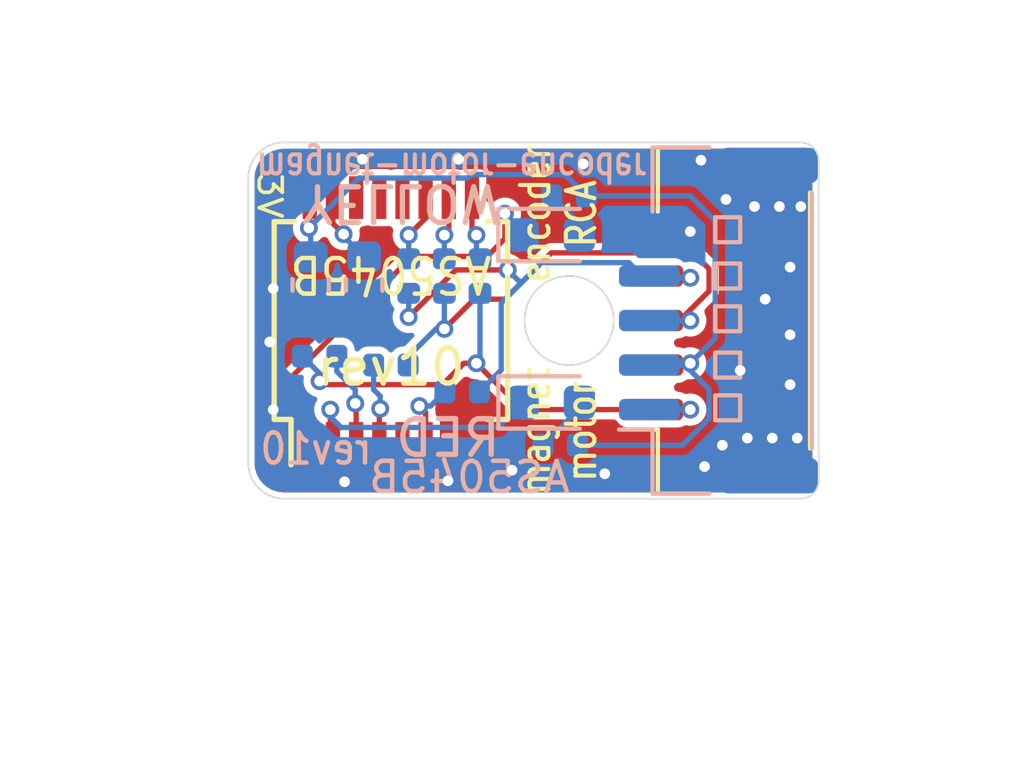
<source format=kicad_pcb>
(kicad_pcb (version 20171130) (host pcbnew 5.1.2-1.fc30)

  (general
    (thickness 1.6)
    (drawings 44)
    (tracks 185)
    (zones 0)
    (modules 16)
    (nets 17)
  )

  (page A4)
  (layers
    (0 F.Cu signal)
    (31 B.Cu signal)
    (32 B.Adhes user)
    (33 F.Adhes user)
    (34 B.Paste user)
    (35 F.Paste user)
    (36 B.SilkS user)
    (37 F.SilkS user)
    (38 B.Mask user)
    (39 F.Mask user)
    (40 Dwgs.User user)
    (41 Cmts.User user)
    (42 Eco1.User user)
    (43 Eco2.User user)
    (44 Edge.Cuts user)
    (45 Margin user)
    (46 B.CrtYd user)
    (47 F.CrtYd user)
    (48 B.Fab user hide)
    (49 F.Fab user hide)
  )

  (setup
    (last_trace_width 0.1)
    (user_trace_width 0.1)
    (user_trace_width 0.125)
    (user_trace_width 0.15)
    (trace_clearance 0.2)
    (zone_clearance 0.15)
    (zone_45_only no)
    (trace_min 0.075)
    (via_size 0.8)
    (via_drill 0.4)
    (via_min_size 0.4)
    (via_min_drill 0.25)
    (user_via 0.5 0.3)
    (uvia_size 0.3)
    (uvia_drill 0.1)
    (uvias_allowed no)
    (uvia_min_size 0.2)
    (uvia_min_drill 0.1)
    (edge_width 0.05)
    (segment_width 0.2)
    (pcb_text_width 0.3)
    (pcb_text_size 1.5 1.5)
    (mod_edge_width 0.12)
    (mod_text_size 1 1)
    (mod_text_width 0.15)
    (pad_size 1 2.8)
    (pad_drill 0)
    (pad_to_mask_clearance 0.025)
    (solder_mask_min_width 0.05)
    (aux_axis_origin 0 0)
    (grid_origin 115.8 113.6)
    (visible_elements FFFFFF7F)
    (pcbplotparams
      (layerselection 0x010fc_ffffffff)
      (usegerberextensions false)
      (usegerberattributes false)
      (usegerberadvancedattributes false)
      (creategerberjobfile false)
      (excludeedgelayer true)
      (linewidth 0.100000)
      (plotframeref false)
      (viasonmask false)
      (mode 1)
      (useauxorigin false)
      (hpglpennumber 1)
      (hpglpenspeed 20)
      (hpglpendiameter 15.000000)
      (psnegative false)
      (psa4output false)
      (plotreference true)
      (plotvalue true)
      (plotinvisibletext false)
      (padsonsilk false)
      (subtractmaskfromsilk false)
      (outputformat 1)
      (mirror false)
      (drillshape 1)
      (scaleselection 1)
      (outputdirectory ""))
  )

  (net 0 "")
  (net 1 GND)
  (net 2 +5V)
  (net 3 +3V3)
  (net 4 "Net-(D1-Pad2)")
  (net 5 "Net-(D1-Pad1)")
  (net 6 "Net-(D2-Pad2)")
  (net 7 "Net-(D2-Pad1)")
  (net 8 "Net-(J1-Pad4)")
  (net 9 "Net-(J1-Pad3)")
  (net 10 "Net-(J1-Pad1)")
  (net 11 "Net-(R3-Pad2)")
  (net 12 "Net-(R4-Pad2)")
  (net 13 "Net-(R5-Pad2)")
  (net 14 "Net-(R6-Pad2)")
  (net 15 "Net-(R7-Pad2)")
  (net 16 "Net-(R8-Pad2)")

  (net_class Default "Dies ist die voreingestellte Netzklasse."
    (clearance 0.2)
    (trace_width 0.25)
    (via_dia 0.8)
    (via_drill 0.4)
    (uvia_dia 0.3)
    (uvia_drill 0.1)
    (add_net +3V3)
    (add_net +5V)
    (add_net GND)
    (add_net "Net-(D1-Pad1)")
    (add_net "Net-(D1-Pad2)")
    (add_net "Net-(D2-Pad1)")
    (add_net "Net-(D2-Pad2)")
    (add_net "Net-(J1-Pad1)")
    (add_net "Net-(J1-Pad3)")
    (add_net "Net-(J1-Pad4)")
    (add_net "Net-(R3-Pad2)")
    (add_net "Net-(R4-Pad2)")
    (add_net "Net-(R5-Pad2)")
    (add_net "Net-(R6-Pad2)")
    (add_net "Net-(R7-Pad2)")
    (add_net "Net-(R8-Pad2)")
    (add_net "Net-(U1-Pad12)")
    (add_net "Net-(U1-Pad13)")
    (add_net "Net-(U1-Pad14)")
    (add_net "Net-(U1-Pad5)")
  )

  (module Connector_JST:JST_GH_SM05B-GHS-TB_1x05-1MP_P1.25mm_Horizontal (layer F.Cu) (tedit 5B78AD87) (tstamp 5D57744D)
    (at 129 118.6 90)
    (descr "JST GH series connector, SM05B-GHS-TB (http://www.jst-mfg.com/product/pdf/eng/eGH.pdf), generated with kicad-footprint-generator")
    (tags "connector JST GH top entry")
    (path /5D5E9580)
    (attr smd)
    (fp_text reference J2 (at 0 -3.9 90) (layer F.SilkS) hide
      (effects (font (size 1 1) (thickness 0.15)))
    )
    (fp_text value Connector_JST:JST_GH_SM05B-GHS-TB_1x05-1MP_P1.25mm_Horizontal (at 0 3.9 90) (layer F.Fab)
      (effects (font (size 1 1) (thickness 0.15)))
    )
    (fp_text user %R (at 0 0 90) (layer F.Fab)
      (effects (font (size 1 1) (thickness 0.15)))
    )
    (fp_line (start -2.5 -0.892893) (end -2 -1.6) (layer F.Fab) (width 0.1))
    (fp_line (start -3 -1.6) (end -2.5 -0.892893) (layer F.Fab) (width 0.1))
    (fp_line (start 5.35 -3.2) (end -5.35 -3.2) (layer F.CrtYd) (width 0.05))
    (fp_line (start 5.35 3.2) (end 5.35 -3.2) (layer F.CrtYd) (width 0.05))
    (fp_line (start -5.35 3.2) (end 5.35 3.2) (layer F.CrtYd) (width 0.05))
    (fp_line (start -5.35 -3.2) (end -5.35 3.2) (layer F.CrtYd) (width 0.05))
    (fp_line (start 4.75 -1.6) (end 4.75 2.45) (layer F.Fab) (width 0.1))
    (fp_line (start -4.75 -1.6) (end -4.75 2.45) (layer F.Fab) (width 0.1))
    (fp_line (start -4.75 2.45) (end 4.75 2.45) (layer F.Fab) (width 0.1))
    (fp_line (start -3.59 2.56) (end 3.59 2.56) (layer F.SilkS) (width 0.12))
    (fp_line (start 4.86 -1.71) (end 3.06 -1.71) (layer F.SilkS) (width 0.12))
    (fp_line (start 4.86 -0.26) (end 4.86 -1.71) (layer F.SilkS) (width 0.12))
    (fp_line (start -3.06 -1.71) (end -3.06 -2.7) (layer F.SilkS) (width 0.12))
    (fp_line (start -4.86 -1.71) (end -3.06 -1.71) (layer F.SilkS) (width 0.12))
    (fp_line (start -4.86 -0.26) (end -4.86 -1.71) (layer F.SilkS) (width 0.12))
    (fp_line (start -4.75 -1.6) (end 4.75 -1.6) (layer F.Fab) (width 0.1))
    (pad MP smd roundrect (at 4.35 1.35 90) (size 1 2.7) (layers F.Cu F.Paste F.Mask) (roundrect_rratio 0.25)
      (net 1 GND))
    (pad MP smd roundrect (at -4.35 1.35 90) (size 1 2.7) (layers F.Cu F.Paste F.Mask) (roundrect_rratio 0.25)
      (net 1 GND))
    (pad 5 smd roundrect (at 2.5 -1.85 90) (size 0.6 1.7) (layers F.Cu F.Paste F.Mask) (roundrect_rratio 0.25)
      (net 1 GND))
    (pad 4 smd roundrect (at 1.25 -1.85 90) (size 0.6 1.7) (layers F.Cu F.Paste F.Mask) (roundrect_rratio 0.25)
      (net 8 "Net-(J1-Pad4)"))
    (pad 3 smd roundrect (at 0 -1.85 90) (size 0.6 1.7) (layers F.Cu F.Paste F.Mask) (roundrect_rratio 0.25)
      (net 9 "Net-(J1-Pad3)"))
    (pad 2 smd roundrect (at -1.25 -1.85 90) (size 0.6 1.7) (layers F.Cu F.Paste F.Mask) (roundrect_rratio 0.25)
      (net 2 +5V))
    (pad 1 smd roundrect (at -2.5 -1.85 90) (size 0.6 1.7) (layers F.Cu F.Paste F.Mask) (roundrect_rratio 0.25)
      (net 10 "Net-(J1-Pad1)"))
    (model ${KISYS3DMOD}/Connector_JST.3dshapes/JST_GH_SM05B-GHS-TB_1x05-1MP_P1.25mm_Horizontal.wrl
      (at (xyz 0 0 0))
      (scale (xyz 1 1 1))
      (rotate (xyz 0 0 0))
    )
  )

  (module Connector_JST:JST_GH_BM05B-GHS-TBT_1x05-1MP_P1.25mm_Vertical (layer B.Cu) (tedit 5B78AD87) (tstamp 5D577431)
    (at 129 118.6 90)
    (descr "JST GH series connector, BM05B-GHS-TBT (http://www.jst-mfg.com/product/pdf/eng/eGH.pdf), generated with kicad-footprint-generator")
    (tags "connector JST GH side entry")
    (path /5D5E4A58)
    (attr smd)
    (fp_text reference J1 (at 0 4 90) (layer B.SilkS) hide
      (effects (font (size 1 1) (thickness 0.15)) (justify mirror))
    )
    (fp_text value Connector_JST:JST_GH_BM05B-GHS-TBT_1x05-1MP_P1.25mm_Vertical (at 0 -4 90) (layer B.Fab)
      (effects (font (size 1 1) (thickness 0.15)) (justify mirror))
    )
    (fp_text user %R (at 0 1.5 90) (layer B.Fab)
      (effects (font (size 1 1) (thickness 0.15)) (justify mirror))
    )
    (fp_line (start -2.5 -1.042893) (end -2 -1.75) (layer B.Fab) (width 0.1))
    (fp_line (start -3 -1.75) (end -2.5 -1.042893) (layer B.Fab) (width 0.1))
    (fp_line (start 5.35 3.3) (end -5.35 3.3) (layer B.CrtYd) (width 0.05))
    (fp_line (start 5.35 -3.3) (end 5.35 3.3) (layer B.CrtYd) (width 0.05))
    (fp_line (start -5.35 -3.3) (end 5.35 -3.3) (layer B.CrtYd) (width 0.05))
    (fp_line (start -5.35 3.3) (end -5.35 -3.3) (layer B.CrtYd) (width 0.05))
    (fp_line (start 2.75 0.5) (end 2.25 0.5) (layer B.Fab) (width 0.1))
    (fp_line (start 2.75 0) (end 2.75 0.5) (layer B.Fab) (width 0.1))
    (fp_line (start 2.25 0) (end 2.75 0) (layer B.Fab) (width 0.1))
    (fp_line (start 2.25 0.5) (end 2.25 0) (layer B.Fab) (width 0.1))
    (fp_line (start 1.5 0.5) (end 1 0.5) (layer B.Fab) (width 0.1))
    (fp_line (start 1.5 0) (end 1.5 0.5) (layer B.Fab) (width 0.1))
    (fp_line (start 1 0) (end 1.5 0) (layer B.Fab) (width 0.1))
    (fp_line (start 1 0.5) (end 1 0) (layer B.Fab) (width 0.1))
    (fp_line (start 0.25 0.5) (end -0.25 0.5) (layer B.Fab) (width 0.1))
    (fp_line (start 0.25 0) (end 0.25 0.5) (layer B.Fab) (width 0.1))
    (fp_line (start -0.25 0) (end 0.25 0) (layer B.Fab) (width 0.1))
    (fp_line (start -0.25 0.5) (end -0.25 0) (layer B.Fab) (width 0.1))
    (fp_line (start -1 0.5) (end -1.5 0.5) (layer B.Fab) (width 0.1))
    (fp_line (start -1 0) (end -1 0.5) (layer B.Fab) (width 0.1))
    (fp_line (start -1.5 0) (end -1 0) (layer B.Fab) (width 0.1))
    (fp_line (start -1.5 0.5) (end -1.5 0) (layer B.Fab) (width 0.1))
    (fp_line (start -2.25 0.5) (end -2.75 0.5) (layer B.Fab) (width 0.1))
    (fp_line (start -2.25 0) (end -2.25 0.5) (layer B.Fab) (width 0.1))
    (fp_line (start -2.75 0) (end -2.25 0) (layer B.Fab) (width 0.1))
    (fp_line (start -2.75 0.5) (end -2.75 0) (layer B.Fab) (width 0.1))
    (fp_line (start 4.75 -1.75) (end 4.75 2.5) (layer B.Fab) (width 0.1))
    (fp_line (start -4.75 -1.75) (end -4.75 2.5) (layer B.Fab) (width 0.1))
    (fp_line (start -4.75 2.5) (end 4.75 2.5) (layer B.Fab) (width 0.1))
    (fp_line (start -3.59 2.61) (end 3.59 2.61) (layer B.SilkS) (width 0.12))
    (fp_line (start 4.86 -1.86) (end 3.06 -1.86) (layer B.SilkS) (width 0.12))
    (fp_line (start 4.86 -0.26) (end 4.86 -1.86) (layer B.SilkS) (width 0.12))
    (fp_line (start -3.06 -1.86) (end -3.06 -2.8) (layer B.SilkS) (width 0.12))
    (fp_line (start -4.86 -1.86) (end -3.06 -1.86) (layer B.SilkS) (width 0.12))
    (fp_line (start -4.86 -0.26) (end -4.86 -1.86) (layer B.SilkS) (width 0.12))
    (fp_line (start -4.75 -1.75) (end 4.75 -1.75) (layer B.Fab) (width 0.1))
    (pad MP smd roundrect (at 4.35 1.4 90) (size 1 2.8) (layers B.Cu B.Paste B.Mask) (roundrect_rratio 0.25)
      (net 1 GND))
    (pad MP smd roundrect (at -4.35 1.4 90) (size 1 2.8) (layers B.Cu B.Paste B.Mask) (roundrect_rratio 0.25)
      (net 1 GND))
    (pad 5 smd roundrect (at 2.5 -1.95 90) (size 0.6 1.7) (layers B.Cu B.Paste B.Mask) (roundrect_rratio 0.25)
      (net 1 GND))
    (pad 4 smd roundrect (at 1.25 -1.95 90) (size 0.6 1.7) (layers B.Cu B.Paste B.Mask) (roundrect_rratio 0.25)
      (net 8 "Net-(J1-Pad4)"))
    (pad 3 smd roundrect (at 0 -1.95 90) (size 0.6 1.7) (layers B.Cu B.Paste B.Mask) (roundrect_rratio 0.25)
      (net 9 "Net-(J1-Pad3)"))
    (pad 2 smd roundrect (at -1.25 -1.95 90) (size 0.6 1.7) (layers B.Cu B.Paste B.Mask) (roundrect_rratio 0.25)
      (net 2 +5V))
    (pad 1 smd roundrect (at -2.5 -1.95 90) (size 0.6 1.7) (layers B.Cu B.Paste B.Mask) (roundrect_rratio 0.25)
      (net 10 "Net-(J1-Pad1)"))
    (model ${KISYS3DMOD}/Connector_JST.3dshapes/JST_GH_BM05B-GHS-TBT_1x05-1MP_P1.25mm_Vertical.wrl
      (at (xyz 0 0 0))
      (scale (xyz 1 1 1))
      (rotate (xyz 0 0 0))
    )
  )

  (module Package_SO:SSOP-16_5.3x6.2mm_P0.65mm (layer F.Cu) (tedit 5A02F25C) (tstamp 5D572EF4)
    (at 119.8 118.6 90)
    (descr "SSOP16: plastic shrink small outline package; 16 leads; body width 5.3 mm; (see NXP SSOP-TSSOP-VSO-REFLOW.pdf and sot338-1_po.pdf)")
    (tags "SSOP 0.65")
    (path /5D56D220)
    (attr smd)
    (fp_text reference U1 (at 0 -4.2 90) (layer F.SilkS) hide
      (effects (font (size 1 1) (thickness 0.15)))
    )
    (fp_text value AS5045B (at 0 4.2 90) (layer F.Fab)
      (effects (font (size 1 1) (thickness 0.15)))
    )
    (fp_text user %R (at 0 0 90) (layer F.Fab)
      (effects (font (size 0.8 0.8) (thickness 0.15)))
    )
    (fp_line (start -2.775 -2.8) (end -4.05 -2.8) (layer F.SilkS) (width 0.15))
    (fp_line (start -2.775 3.275) (end 2.775 3.275) (layer F.SilkS) (width 0.15))
    (fp_line (start -2.775 -3.275) (end 2.775 -3.275) (layer F.SilkS) (width 0.15))
    (fp_line (start -2.775 3.275) (end -2.775 2.7) (layer F.SilkS) (width 0.15))
    (fp_line (start 2.775 3.275) (end 2.775 2.7) (layer F.SilkS) (width 0.15))
    (fp_line (start 2.775 -3.275) (end 2.775 -2.7) (layer F.SilkS) (width 0.15))
    (fp_line (start -2.775 -3.275) (end -2.775 -2.8) (layer F.SilkS) (width 0.15))
    (fp_line (start -4.3 3.45) (end 4.3 3.45) (layer F.CrtYd) (width 0.05))
    (fp_line (start -4.3 -3.45) (end 4.3 -3.45) (layer F.CrtYd) (width 0.05))
    (fp_line (start 4.3 -3.45) (end 4.3 3.45) (layer F.CrtYd) (width 0.05))
    (fp_line (start -4.3 -3.45) (end -4.3 3.45) (layer F.CrtYd) (width 0.05))
    (fp_line (start -2.65 -2.1) (end -1.65 -3.1) (layer F.Fab) (width 0.15))
    (fp_line (start -2.65 3.1) (end -2.65 -2.1) (layer F.Fab) (width 0.15))
    (fp_line (start 2.65 3.1) (end -2.65 3.1) (layer F.Fab) (width 0.15))
    (fp_line (start 2.65 -3.1) (end 2.65 3.1) (layer F.Fab) (width 0.15))
    (fp_line (start -1.65 -3.1) (end 2.65 -3.1) (layer F.Fab) (width 0.15))
    (pad 16 smd rect (at 3.45 -2.275 90) (size 1.2 0.4) (layers F.Cu F.Paste F.Mask)
      (net 2 +5V))
    (pad 15 smd rect (at 3.45 -1.625 90) (size 1.2 0.4) (layers F.Cu F.Paste F.Mask)
      (net 3 +3V3))
    (pad 14 smd rect (at 3.45 -0.975 90) (size 1.2 0.4) (layers F.Cu F.Paste F.Mask))
    (pad 13 smd rect (at 3.45 -0.325 90) (size 1.2 0.4) (layers F.Cu F.Paste F.Mask))
    (pad 12 smd rect (at 3.45 0.325 90) (size 1.2 0.4) (layers F.Cu F.Paste F.Mask))
    (pad 11 smd rect (at 3.45 0.975 90) (size 1.2 0.4) (layers F.Cu F.Paste F.Mask)
      (net 16 "Net-(R8-Pad2)"))
    (pad 10 smd rect (at 3.45 1.625 90) (size 1.2 0.4) (layers F.Cu F.Paste F.Mask)
      (net 15 "Net-(R7-Pad2)"))
    (pad 9 smd rect (at 3.45 2.275 90) (size 1.2 0.4) (layers F.Cu F.Paste F.Mask)
      (net 14 "Net-(R6-Pad2)"))
    (pad 8 smd rect (at -3.45 2.275 90) (size 1.2 0.4) (layers F.Cu F.Paste F.Mask)
      (net 1 GND))
    (pad 7 smd rect (at -3.45 1.625 90) (size 1.2 0.4) (layers F.Cu F.Paste F.Mask)
      (net 1 GND))
    (pad 6 smd rect (at -3.45 0.975 90) (size 1.2 0.4) (layers F.Cu F.Paste F.Mask)
      (net 13 "Net-(R5-Pad2)"))
    (pad 5 smd rect (at -3.45 0.325 90) (size 1.2 0.4) (layers F.Cu F.Paste F.Mask))
    (pad 4 smd rect (at -3.45 -0.325 90) (size 1.2 0.4) (layers F.Cu F.Paste F.Mask)
      (net 12 "Net-(R4-Pad2)"))
    (pad 3 smd rect (at -3.45 -0.975 90) (size 1.2 0.4) (layers F.Cu F.Paste F.Mask)
      (net 11 "Net-(R3-Pad2)"))
    (pad 2 smd rect (at -3.45 -1.625 90) (size 1.2 0.4) (layers F.Cu F.Paste F.Mask)
      (net 7 "Net-(D2-Pad1)"))
    (pad 1 smd rect (at -3.45 -2.275 90) (size 1.2 0.4) (layers F.Cu F.Paste F.Mask)
      (net 5 "Net-(D1-Pad1)"))
    (model ${KISYS3DMOD}/Package_SO.3dshapes/SSOP-16_5.3x6.2mm_P0.65mm.wrl
      (at (xyz 0 0 0))
      (scale (xyz 1 1 1))
      (rotate (xyz 0 0 0))
    )
  )

  (module Resistor_SMD:R_0402_1005Metric (layer B.Cu) (tedit 5B301BBD) (tstamp 5D572ECF)
    (at 120.3 117.35 90)
    (descr "Resistor SMD 0402 (1005 Metric), square (rectangular) end terminal, IPC_7351 nominal, (Body size source: http://www.tortai-tech.com/upload/download/2011102023233369053.pdf), generated with kicad-footprint-generator")
    (tags resistor)
    (path /5D587CDE)
    (attr smd)
    (fp_text reference R8 (at 0 1.17 90) (layer B.SilkS) hide
      (effects (font (size 1 1) (thickness 0.15)) (justify mirror))
    )
    (fp_text value DNP (at 0 -1.17 90) (layer B.Fab)
      (effects (font (size 1 1) (thickness 0.15)) (justify mirror))
    )
    (fp_text user %R (at 0 0 90) (layer B.Fab)
      (effects (font (size 0.25 0.25) (thickness 0.04)) (justify mirror))
    )
    (fp_line (start 0.93 -0.47) (end -0.93 -0.47) (layer B.CrtYd) (width 0.05))
    (fp_line (start 0.93 0.47) (end 0.93 -0.47) (layer B.CrtYd) (width 0.05))
    (fp_line (start -0.93 0.47) (end 0.93 0.47) (layer B.CrtYd) (width 0.05))
    (fp_line (start -0.93 -0.47) (end -0.93 0.47) (layer B.CrtYd) (width 0.05))
    (fp_line (start 0.5 -0.25) (end -0.5 -0.25) (layer B.Fab) (width 0.1))
    (fp_line (start 0.5 0.25) (end 0.5 -0.25) (layer B.Fab) (width 0.1))
    (fp_line (start -0.5 0.25) (end 0.5 0.25) (layer B.Fab) (width 0.1))
    (fp_line (start -0.5 -0.25) (end -0.5 0.25) (layer B.Fab) (width 0.1))
    (pad 2 smd roundrect (at 0.485 0 90) (size 0.59 0.64) (layers B.Cu B.Paste B.Mask) (roundrect_rratio 0.25)
      (net 16 "Net-(R8-Pad2)"))
    (pad 1 smd roundrect (at -0.485 0 90) (size 0.59 0.64) (layers B.Cu B.Paste B.Mask) (roundrect_rratio 0.25)
      (net 8 "Net-(J1-Pad4)"))
    (model ${KISYS3DMOD}/Resistor_SMD.3dshapes/R_0402_1005Metric.wrl
      (at (xyz 0 0 0))
      (scale (xyz 1 1 1))
      (rotate (xyz 0 0 0))
    )
  )

  (module Resistor_SMD:R_0402_1005Metric (layer B.Cu) (tedit 5B301BBD) (tstamp 5D572EC0)
    (at 121.3 117.35 90)
    (descr "Resistor SMD 0402 (1005 Metric), square (rectangular) end terminal, IPC_7351 nominal, (Body size source: http://www.tortai-tech.com/upload/download/2011102023233369053.pdf), generated with kicad-footprint-generator")
    (tags resistor)
    (path /5D587ABE)
    (attr smd)
    (fp_text reference R7 (at 0 1.17 90) (layer B.SilkS) hide
      (effects (font (size 1 1) (thickness 0.15)) (justify mirror))
    )
    (fp_text value DNP (at 0 -1.17 90) (layer B.Fab)
      (effects (font (size 1 1) (thickness 0.15)) (justify mirror))
    )
    (fp_text user %R (at 0 0 90) (layer B.Fab)
      (effects (font (size 0.25 0.25) (thickness 0.04)) (justify mirror))
    )
    (fp_line (start 0.93 -0.47) (end -0.93 -0.47) (layer B.CrtYd) (width 0.05))
    (fp_line (start 0.93 0.47) (end 0.93 -0.47) (layer B.CrtYd) (width 0.05))
    (fp_line (start -0.93 0.47) (end 0.93 0.47) (layer B.CrtYd) (width 0.05))
    (fp_line (start -0.93 -0.47) (end -0.93 0.47) (layer B.CrtYd) (width 0.05))
    (fp_line (start 0.5 -0.25) (end -0.5 -0.25) (layer B.Fab) (width 0.1))
    (fp_line (start 0.5 0.25) (end 0.5 -0.25) (layer B.Fab) (width 0.1))
    (fp_line (start -0.5 0.25) (end 0.5 0.25) (layer B.Fab) (width 0.1))
    (fp_line (start -0.5 -0.25) (end -0.5 0.25) (layer B.Fab) (width 0.1))
    (pad 2 smd roundrect (at 0.485 0 90) (size 0.59 0.64) (layers B.Cu B.Paste B.Mask) (roundrect_rratio 0.25)
      (net 15 "Net-(R7-Pad2)"))
    (pad 1 smd roundrect (at -0.485 0 90) (size 0.59 0.64) (layers B.Cu B.Paste B.Mask) (roundrect_rratio 0.25)
      (net 9 "Net-(J1-Pad3)"))
    (model ${KISYS3DMOD}/Resistor_SMD.3dshapes/R_0402_1005Metric.wrl
      (at (xyz 0 0 0))
      (scale (xyz 1 1 1))
      (rotate (xyz 0 0 0))
    )
  )

  (module Resistor_SMD:R_0402_1005Metric (layer B.Cu) (tedit 5B301BBD) (tstamp 5D572EB1)
    (at 122.3 117.35 90)
    (descr "Resistor SMD 0402 (1005 Metric), square (rectangular) end terminal, IPC_7351 nominal, (Body size source: http://www.tortai-tech.com/upload/download/2011102023233369053.pdf), generated with kicad-footprint-generator")
    (tags resistor)
    (path /5D58750E)
    (attr smd)
    (fp_text reference R6 (at 0 1.17 -90) (layer B.SilkS) hide
      (effects (font (size 1 1) (thickness 0.15)) (justify mirror))
    )
    (fp_text value DNP (at 0 -1.17 -90) (layer B.Fab)
      (effects (font (size 1 1) (thickness 0.15)) (justify mirror))
    )
    (fp_text user %R (at 0 0 -90) (layer B.Fab)
      (effects (font (size 0.25 0.25) (thickness 0.04)) (justify mirror))
    )
    (fp_line (start 0.93 -0.47) (end -0.93 -0.47) (layer B.CrtYd) (width 0.05))
    (fp_line (start 0.93 0.47) (end 0.93 -0.47) (layer B.CrtYd) (width 0.05))
    (fp_line (start -0.93 0.47) (end 0.93 0.47) (layer B.CrtYd) (width 0.05))
    (fp_line (start -0.93 -0.47) (end -0.93 0.47) (layer B.CrtYd) (width 0.05))
    (fp_line (start 0.5 -0.25) (end -0.5 -0.25) (layer B.Fab) (width 0.1))
    (fp_line (start 0.5 0.25) (end 0.5 -0.25) (layer B.Fab) (width 0.1))
    (fp_line (start -0.5 0.25) (end 0.5 0.25) (layer B.Fab) (width 0.1))
    (fp_line (start -0.5 -0.25) (end -0.5 0.25) (layer B.Fab) (width 0.1))
    (pad 2 smd roundrect (at 0.485 0 90) (size 0.59 0.64) (layers B.Cu B.Paste B.Mask) (roundrect_rratio 0.25)
      (net 14 "Net-(R6-Pad2)"))
    (pad 1 smd roundrect (at -0.485 0 90) (size 0.59 0.64) (layers B.Cu B.Paste B.Mask) (roundrect_rratio 0.25)
      (net 10 "Net-(J1-Pad1)"))
    (model ${KISYS3DMOD}/Resistor_SMD.3dshapes/R_0402_1005Metric.wrl
      (at (xyz 0 0 0))
      (scale (xyz 1 1 1))
      (rotate (xyz 0 0 0))
    )
  )

  (module Resistor_SMD:R_0402_1005Metric (layer B.Cu) (tedit 5B301BBD) (tstamp 5D572EA2)
    (at 121.8 120.6 180)
    (descr "Resistor SMD 0402 (1005 Metric), square (rectangular) end terminal, IPC_7351 nominal, (Body size source: http://www.tortai-tech.com/upload/download/2011102023233369053.pdf), generated with kicad-footprint-generator")
    (tags resistor)
    (path /5D5872D7)
    (attr smd)
    (fp_text reference R5 (at 0 1.17) (layer B.SilkS) hide
      (effects (font (size 1 1) (thickness 0.15)) (justify mirror))
    )
    (fp_text value 0 (at 0 -1.17) (layer B.Fab)
      (effects (font (size 1 1) (thickness 0.15)) (justify mirror))
    )
    (fp_text user %R (at 0 0) (layer B.Fab)
      (effects (font (size 0.25 0.25) (thickness 0.04)) (justify mirror))
    )
    (fp_line (start 0.93 -0.47) (end -0.93 -0.47) (layer B.CrtYd) (width 0.05))
    (fp_line (start 0.93 0.47) (end 0.93 -0.47) (layer B.CrtYd) (width 0.05))
    (fp_line (start -0.93 0.47) (end 0.93 0.47) (layer B.CrtYd) (width 0.05))
    (fp_line (start -0.93 -0.47) (end -0.93 0.47) (layer B.CrtYd) (width 0.05))
    (fp_line (start 0.5 -0.25) (end -0.5 -0.25) (layer B.Fab) (width 0.1))
    (fp_line (start 0.5 0.25) (end 0.5 -0.25) (layer B.Fab) (width 0.1))
    (fp_line (start -0.5 0.25) (end 0.5 0.25) (layer B.Fab) (width 0.1))
    (fp_line (start -0.5 -0.25) (end -0.5 0.25) (layer B.Fab) (width 0.1))
    (pad 2 smd roundrect (at 0.485 0 180) (size 0.59 0.64) (layers B.Cu B.Paste B.Mask) (roundrect_rratio 0.25)
      (net 13 "Net-(R5-Pad2)"))
    (pad 1 smd roundrect (at -0.485 0 180) (size 0.59 0.64) (layers B.Cu B.Paste B.Mask) (roundrect_rratio 0.25)
      (net 8 "Net-(J1-Pad4)"))
    (model ${KISYS3DMOD}/Resistor_SMD.3dshapes/R_0402_1005Metric.wrl
      (at (xyz 0 0 0))
      (scale (xyz 1 1 1))
      (rotate (xyz 0 0 0))
    )
  )

  (module Resistor_SMD:R_0402_1005Metric (layer B.Cu) (tedit 5B301BBD) (tstamp 5D572E93)
    (at 119.8 119.85 180)
    (descr "Resistor SMD 0402 (1005 Metric), square (rectangular) end terminal, IPC_7351 nominal, (Body size source: http://www.tortai-tech.com/upload/download/2011102023233369053.pdf), generated with kicad-footprint-generator")
    (tags resistor)
    (path /5D587104)
    (attr smd)
    (fp_text reference R4 (at 0 1.17) (layer B.SilkS) hide
      (effects (font (size 1 1) (thickness 0.15)) (justify mirror))
    )
    (fp_text value 0 (at 0 -1.17) (layer B.Fab)
      (effects (font (size 1 1) (thickness 0.15)) (justify mirror))
    )
    (fp_text user %R (at 0 0) (layer B.Fab)
      (effects (font (size 0.25 0.25) (thickness 0.04)) (justify mirror))
    )
    (fp_line (start 0.93 -0.47) (end -0.93 -0.47) (layer B.CrtYd) (width 0.05))
    (fp_line (start 0.93 0.47) (end 0.93 -0.47) (layer B.CrtYd) (width 0.05))
    (fp_line (start -0.93 0.47) (end 0.93 0.47) (layer B.CrtYd) (width 0.05))
    (fp_line (start -0.93 -0.47) (end -0.93 0.47) (layer B.CrtYd) (width 0.05))
    (fp_line (start 0.5 -0.25) (end -0.5 -0.25) (layer B.Fab) (width 0.1))
    (fp_line (start 0.5 0.25) (end 0.5 -0.25) (layer B.Fab) (width 0.1))
    (fp_line (start -0.5 0.25) (end 0.5 0.25) (layer B.Fab) (width 0.1))
    (fp_line (start -0.5 -0.25) (end -0.5 0.25) (layer B.Fab) (width 0.1))
    (pad 2 smd roundrect (at 0.485 0 180) (size 0.59 0.64) (layers B.Cu B.Paste B.Mask) (roundrect_rratio 0.25)
      (net 12 "Net-(R4-Pad2)"))
    (pad 1 smd roundrect (at -0.485 0 180) (size 0.59 0.64) (layers B.Cu B.Paste B.Mask) (roundrect_rratio 0.25)
      (net 9 "Net-(J1-Pad3)"))
    (model ${KISYS3DMOD}/Resistor_SMD.3dshapes/R_0402_1005Metric.wrl
      (at (xyz 0 0 0))
      (scale (xyz 1 1 1))
      (rotate (xyz 0 0 0))
    )
  )

  (module Resistor_SMD:R_0402_1005Metric (layer B.Cu) (tedit 5B301BBD) (tstamp 5D572E84)
    (at 117.8 119.6)
    (descr "Resistor SMD 0402 (1005 Metric), square (rectangular) end terminal, IPC_7351 nominal, (Body size source: http://www.tortai-tech.com/upload/download/2011102023233369053.pdf), generated with kicad-footprint-generator")
    (tags resistor)
    (path /5D586ADD)
    (attr smd)
    (fp_text reference R3 (at 0 1.17) (layer B.SilkS) hide
      (effects (font (size 1 1) (thickness 0.15)) (justify mirror))
    )
    (fp_text value 0 (at 0 -1.17) (layer B.Fab)
      (effects (font (size 1 1) (thickness 0.15)) (justify mirror))
    )
    (fp_text user %R (at 0 0) (layer B.Fab)
      (effects (font (size 0.25 0.25) (thickness 0.04)) (justify mirror))
    )
    (fp_line (start 0.93 -0.47) (end -0.93 -0.47) (layer B.CrtYd) (width 0.05))
    (fp_line (start 0.93 0.47) (end 0.93 -0.47) (layer B.CrtYd) (width 0.05))
    (fp_line (start -0.93 0.47) (end 0.93 0.47) (layer B.CrtYd) (width 0.05))
    (fp_line (start -0.93 -0.47) (end -0.93 0.47) (layer B.CrtYd) (width 0.05))
    (fp_line (start 0.5 -0.25) (end -0.5 -0.25) (layer B.Fab) (width 0.1))
    (fp_line (start 0.5 0.25) (end 0.5 -0.25) (layer B.Fab) (width 0.1))
    (fp_line (start -0.5 0.25) (end 0.5 0.25) (layer B.Fab) (width 0.1))
    (fp_line (start -0.5 -0.25) (end -0.5 0.25) (layer B.Fab) (width 0.1))
    (pad 2 smd roundrect (at 0.485 0) (size 0.59 0.64) (layers B.Cu B.Paste B.Mask) (roundrect_rratio 0.25)
      (net 11 "Net-(R3-Pad2)"))
    (pad 1 smd roundrect (at -0.485 0) (size 0.59 0.64) (layers B.Cu B.Paste B.Mask) (roundrect_rratio 0.25)
      (net 10 "Net-(J1-Pad1)"))
    (model ${KISYS3DMOD}/Resistor_SMD.3dshapes/R_0402_1005Metric.wrl
      (at (xyz 0 0 0))
      (scale (xyz 1 1 1))
      (rotate (xyz 0 0 0))
    )
  )

  (module Resistor_SMD:R_0402_1005Metric (layer B.Cu) (tedit 5B301BBD) (tstamp 5D572E75)
    (at 124.55 122.1)
    (descr "Resistor SMD 0402 (1005 Metric), square (rectangular) end terminal, IPC_7351 nominal, (Body size source: http://www.tortai-tech.com/upload/download/2011102023233369053.pdf), generated with kicad-footprint-generator")
    (tags resistor)
    (path /5D578C89)
    (attr smd)
    (fp_text reference R2 (at 0 1.17) (layer B.SilkS) hide
      (effects (font (size 1 1) (thickness 0.15)) (justify mirror))
    )
    (fp_text value 2k (at 0 -1.17) (layer B.Fab)
      (effects (font (size 1 1) (thickness 0.15)) (justify mirror))
    )
    (fp_text user %R (at 0 0) (layer B.Fab)
      (effects (font (size 0.25 0.25) (thickness 0.04)) (justify mirror))
    )
    (fp_line (start 0.93 -0.47) (end -0.93 -0.47) (layer B.CrtYd) (width 0.05))
    (fp_line (start 0.93 0.47) (end 0.93 -0.47) (layer B.CrtYd) (width 0.05))
    (fp_line (start -0.93 0.47) (end 0.93 0.47) (layer B.CrtYd) (width 0.05))
    (fp_line (start -0.93 -0.47) (end -0.93 0.47) (layer B.CrtYd) (width 0.05))
    (fp_line (start 0.5 -0.25) (end -0.5 -0.25) (layer B.Fab) (width 0.1))
    (fp_line (start 0.5 0.25) (end 0.5 -0.25) (layer B.Fab) (width 0.1))
    (fp_line (start -0.5 0.25) (end 0.5 0.25) (layer B.Fab) (width 0.1))
    (fp_line (start -0.5 -0.25) (end -0.5 0.25) (layer B.Fab) (width 0.1))
    (pad 2 smd roundrect (at 0.485 0) (size 0.59 0.64) (layers B.Cu B.Paste B.Mask) (roundrect_rratio 0.25)
      (net 2 +5V))
    (pad 1 smd roundrect (at -0.485 0) (size 0.59 0.64) (layers B.Cu B.Paste B.Mask) (roundrect_rratio 0.25)
      (net 6 "Net-(D2-Pad2)"))
    (model ${KISYS3DMOD}/Resistor_SMD.3dshapes/R_0402_1005Metric.wrl
      (at (xyz 0 0 0))
      (scale (xyz 1 1 1))
      (rotate (xyz 0 0 0))
    )
  )

  (module Resistor_SMD:R_0402_1005Metric (layer B.Cu) (tedit 5B301BBD) (tstamp 5D572E66)
    (at 124.8 115.1)
    (descr "Resistor SMD 0402 (1005 Metric), square (rectangular) end terminal, IPC_7351 nominal, (Body size source: http://www.tortai-tech.com/upload/download/2011102023233369053.pdf), generated with kicad-footprint-generator")
    (tags resistor)
    (path /5D577EAC)
    (attr smd)
    (fp_text reference R1 (at 0 1.17) (layer B.SilkS) hide
      (effects (font (size 1 1) (thickness 0.15)) (justify mirror))
    )
    (fp_text value 2k (at 0 -1.17) (layer B.Fab)
      (effects (font (size 1 1) (thickness 0.15)) (justify mirror))
    )
    (fp_text user %R (at 0 0) (layer B.Fab)
      (effects (font (size 0.25 0.25) (thickness 0.04)) (justify mirror))
    )
    (fp_line (start 0.93 -0.47) (end -0.93 -0.47) (layer B.CrtYd) (width 0.05))
    (fp_line (start 0.93 0.47) (end 0.93 -0.47) (layer B.CrtYd) (width 0.05))
    (fp_line (start -0.93 0.47) (end 0.93 0.47) (layer B.CrtYd) (width 0.05))
    (fp_line (start -0.93 -0.47) (end -0.93 0.47) (layer B.CrtYd) (width 0.05))
    (fp_line (start 0.5 -0.25) (end -0.5 -0.25) (layer B.Fab) (width 0.1))
    (fp_line (start 0.5 0.25) (end 0.5 -0.25) (layer B.Fab) (width 0.1))
    (fp_line (start -0.5 0.25) (end 0.5 0.25) (layer B.Fab) (width 0.1))
    (fp_line (start -0.5 -0.25) (end -0.5 0.25) (layer B.Fab) (width 0.1))
    (pad 2 smd roundrect (at 0.485 0) (size 0.59 0.64) (layers B.Cu B.Paste B.Mask) (roundrect_rratio 0.25)
      (net 2 +5V))
    (pad 1 smd roundrect (at -0.485 0) (size 0.59 0.64) (layers B.Cu B.Paste B.Mask) (roundrect_rratio 0.25)
      (net 4 "Net-(D1-Pad2)"))
    (model ${KISYS3DMOD}/Resistor_SMD.3dshapes/R_0402_1005Metric.wrl
      (at (xyz 0 0 0))
      (scale (xyz 1 1 1))
      (rotate (xyz 0 0 0))
    )
  )

  (module Resistor_SMD:R_0402_1005Metric (layer F.Cu) (tedit 5B301BBD) (tstamp 5D572E57)
    (at 117.6 114.1)
    (descr "Resistor SMD 0402 (1005 Metric), square (rectangular) end terminal, IPC_7351 nominal, (Body size source: http://www.tortai-tech.com/upload/download/2011102023233369053.pdf), generated with kicad-footprint-generator")
    (tags resistor)
    (path /5D5710A1)
    (attr smd)
    (fp_text reference JP1 (at 0 -1.17) (layer F.SilkS) hide
      (effects (font (size 1 1) (thickness 0.15)))
    )
    (fp_text value 3V3 (at 0 1.17) (layer F.Fab)
      (effects (font (size 1 1) (thickness 0.15)))
    )
    (fp_text user %R (at 0 0) (layer F.Fab)
      (effects (font (size 0.25 0.25) (thickness 0.04)))
    )
    (fp_line (start 0.93 0.47) (end -0.93 0.47) (layer F.CrtYd) (width 0.05))
    (fp_line (start 0.93 -0.47) (end 0.93 0.47) (layer F.CrtYd) (width 0.05))
    (fp_line (start -0.93 -0.47) (end 0.93 -0.47) (layer F.CrtYd) (width 0.05))
    (fp_line (start -0.93 0.47) (end -0.93 -0.47) (layer F.CrtYd) (width 0.05))
    (fp_line (start 0.5 0.25) (end -0.5 0.25) (layer F.Fab) (width 0.1))
    (fp_line (start 0.5 -0.25) (end 0.5 0.25) (layer F.Fab) (width 0.1))
    (fp_line (start -0.5 -0.25) (end 0.5 -0.25) (layer F.Fab) (width 0.1))
    (fp_line (start -0.5 0.25) (end -0.5 -0.25) (layer F.Fab) (width 0.1))
    (pad 2 smd roundrect (at 0.485 0) (size 0.59 0.64) (layers F.Cu F.Paste F.Mask) (roundrect_rratio 0.25)
      (net 3 +3V3))
    (pad 1 smd roundrect (at -0.485 0) (size 0.59 0.64) (layers F.Cu F.Paste F.Mask) (roundrect_rratio 0.25)
      (net 2 +5V))
    (model ${KISYS3DMOD}/Resistor_SMD.3dshapes/R_0402_1005Metric.wrl
      (at (xyz 0 0 0))
      (scale (xyz 1 1 1))
      (rotate (xyz 0 0 0))
    )
  )

  (module LED_SMD:LED_0603_1608Metric (layer B.Cu) (tedit 5B301BBE) (tstamp 5D572DFC)
    (at 124.3 120.9)
    (descr "LED SMD 0603 (1608 Metric), square (rectangular) end terminal, IPC_7351 nominal, (Body size source: http://www.tortai-tech.com/upload/download/2011102023233369053.pdf), generated with kicad-footprint-generator")
    (tags diode)
    (path /5D57AB92)
    (attr smd)
    (fp_text reference D2 (at 0 1.43) (layer B.SilkS) hide
      (effects (font (size 1 1) (thickness 0.15)) (justify mirror))
    )
    (fp_text value RED (at 0 -1.43) (layer B.Fab)
      (effects (font (size 1 1) (thickness 0.15)) (justify mirror))
    )
    (fp_text user %R (at 0 0) (layer B.Fab)
      (effects (font (size 0.4 0.4) (thickness 0.06)) (justify mirror))
    )
    (fp_line (start 1.48 -0.73) (end -1.48 -0.73) (layer B.CrtYd) (width 0.05))
    (fp_line (start 1.48 0.73) (end 1.48 -0.73) (layer B.CrtYd) (width 0.05))
    (fp_line (start -1.48 0.73) (end 1.48 0.73) (layer B.CrtYd) (width 0.05))
    (fp_line (start -1.48 -0.73) (end -1.48 0.73) (layer B.CrtYd) (width 0.05))
    (fp_line (start -1.485 -0.735) (end 0.8 -0.735) (layer B.SilkS) (width 0.12))
    (fp_line (start -1.485 0.735) (end -1.485 -0.735) (layer B.SilkS) (width 0.12))
    (fp_line (start 0.8 0.735) (end -1.485 0.735) (layer B.SilkS) (width 0.12))
    (fp_line (start 0.8 -0.4) (end 0.8 0.4) (layer B.Fab) (width 0.1))
    (fp_line (start -0.8 -0.4) (end 0.8 -0.4) (layer B.Fab) (width 0.1))
    (fp_line (start -0.8 0.1) (end -0.8 -0.4) (layer B.Fab) (width 0.1))
    (fp_line (start -0.5 0.4) (end -0.8 0.1) (layer B.Fab) (width 0.1))
    (fp_line (start 0.8 0.4) (end -0.5 0.4) (layer B.Fab) (width 0.1))
    (pad 2 smd roundrect (at 0.7875 0) (size 0.875 0.95) (layers B.Cu B.Paste B.Mask) (roundrect_rratio 0.25)
      (net 6 "Net-(D2-Pad2)"))
    (pad 1 smd roundrect (at -0.7875 0) (size 0.875 0.95) (layers B.Cu B.Paste B.Mask) (roundrect_rratio 0.25)
      (net 7 "Net-(D2-Pad1)"))
    (model ${KISYS3DMOD}/LED_SMD.3dshapes/LED_0603_1608Metric.wrl
      (at (xyz 0 0 0))
      (scale (xyz 1 1 1))
      (rotate (xyz 0 0 0))
    )
  )

  (module LED_SMD:LED_0603_1608Metric (layer B.Cu) (tedit 5B301BBE) (tstamp 5D572DE9)
    (at 124.3 116.2)
    (descr "LED SMD 0603 (1608 Metric), square (rectangular) end terminal, IPC_7351 nominal, (Body size source: http://www.tortai-tech.com/upload/download/2011102023233369053.pdf), generated with kicad-footprint-generator")
    (tags diode)
    (path /5D5795FA)
    (attr smd)
    (fp_text reference D1 (at 0 1.43) (layer B.SilkS) hide
      (effects (font (size 1 1) (thickness 0.15)) (justify mirror))
    )
    (fp_text value YEL (at 0 -1.43) (layer B.Fab)
      (effects (font (size 1 1) (thickness 0.15)) (justify mirror))
    )
    (fp_text user %R (at 0 0) (layer B.Fab)
      (effects (font (size 0.4 0.4) (thickness 0.06)) (justify mirror))
    )
    (fp_line (start 1.48 -0.73) (end -1.48 -0.73) (layer B.CrtYd) (width 0.05))
    (fp_line (start 1.48 0.73) (end 1.48 -0.73) (layer B.CrtYd) (width 0.05))
    (fp_line (start -1.48 0.73) (end 1.48 0.73) (layer B.CrtYd) (width 0.05))
    (fp_line (start -1.48 -0.73) (end -1.48 0.73) (layer B.CrtYd) (width 0.05))
    (fp_line (start -1.485 -0.735) (end 0.8 -0.735) (layer B.SilkS) (width 0.12))
    (fp_line (start -1.485 0.735) (end -1.485 -0.735) (layer B.SilkS) (width 0.12))
    (fp_line (start 0.8 0.735) (end -1.485 0.735) (layer B.SilkS) (width 0.12))
    (fp_line (start 0.8 -0.4) (end 0.8 0.4) (layer B.Fab) (width 0.1))
    (fp_line (start -0.8 -0.4) (end 0.8 -0.4) (layer B.Fab) (width 0.1))
    (fp_line (start -0.8 0.1) (end -0.8 -0.4) (layer B.Fab) (width 0.1))
    (fp_line (start -0.5 0.4) (end -0.8 0.1) (layer B.Fab) (width 0.1))
    (fp_line (start 0.8 0.4) (end -0.5 0.4) (layer B.Fab) (width 0.1))
    (pad 2 smd roundrect (at 0.7875 0) (size 0.875 0.95) (layers B.Cu B.Paste B.Mask) (roundrect_rratio 0.25)
      (net 4 "Net-(D1-Pad2)"))
    (pad 1 smd roundrect (at -0.7875 0) (size 0.875 0.95) (layers B.Cu B.Paste B.Mask) (roundrect_rratio 0.25)
      (net 5 "Net-(D1-Pad1)"))
    (model ${KISYS3DMOD}/LED_SMD.3dshapes/LED_0603_1608Metric.wrl
      (at (xyz 0 0 0))
      (scale (xyz 1 1 1))
      (rotate (xyz 0 0 0))
    )
  )

  (module Capacitor_SMD:C_0603_1608Metric (layer B.Cu) (tedit 5B301BBE) (tstamp 5D572DD6)
    (at 119.05 117.6 270)
    (descr "Capacitor SMD 0603 (1608 Metric), square (rectangular) end terminal, IPC_7351 nominal, (Body size source: http://www.tortai-tech.com/upload/download/2011102023233369053.pdf), generated with kicad-footprint-generator")
    (tags capacitor)
    (path /5D575F02)
    (attr smd)
    (fp_text reference C2 (at 0 1.43 90) (layer B.SilkS) hide
      (effects (font (size 1 1) (thickness 0.15)) (justify mirror))
    )
    (fp_text value "1µ 10V" (at 0 -1.43 90) (layer B.Fab)
      (effects (font (size 1 1) (thickness 0.15)) (justify mirror))
    )
    (fp_text user %R (at 0 0 90) (layer B.Fab)
      (effects (font (size 0.4 0.4) (thickness 0.06)) (justify mirror))
    )
    (fp_line (start 1.48 -0.73) (end -1.48 -0.73) (layer B.CrtYd) (width 0.05))
    (fp_line (start 1.48 0.73) (end 1.48 -0.73) (layer B.CrtYd) (width 0.05))
    (fp_line (start -1.48 0.73) (end 1.48 0.73) (layer B.CrtYd) (width 0.05))
    (fp_line (start -1.48 -0.73) (end -1.48 0.73) (layer B.CrtYd) (width 0.05))
    (fp_line (start -0.162779 -0.51) (end 0.162779 -0.51) (layer B.SilkS) (width 0.12))
    (fp_line (start -0.162779 0.51) (end 0.162779 0.51) (layer B.SilkS) (width 0.12))
    (fp_line (start 0.8 -0.4) (end -0.8 -0.4) (layer B.Fab) (width 0.1))
    (fp_line (start 0.8 0.4) (end 0.8 -0.4) (layer B.Fab) (width 0.1))
    (fp_line (start -0.8 0.4) (end 0.8 0.4) (layer B.Fab) (width 0.1))
    (fp_line (start -0.8 -0.4) (end -0.8 0.4) (layer B.Fab) (width 0.1))
    (pad 2 smd roundrect (at 0.7875 0 270) (size 0.875 0.95) (layers B.Cu B.Paste B.Mask) (roundrect_rratio 0.25)
      (net 1 GND))
    (pad 1 smd roundrect (at -0.7875 0 270) (size 0.875 0.95) (layers B.Cu B.Paste B.Mask) (roundrect_rratio 0.25)
      (net 3 +3V3))
    (model ${KISYS3DMOD}/Capacitor_SMD.3dshapes/C_0603_1608Metric.wrl
      (at (xyz 0 0 0))
      (scale (xyz 1 1 1))
      (rotate (xyz 0 0 0))
    )
  )

  (module Capacitor_SMD:C_0603_1608Metric (layer B.Cu) (tedit 5B301BBE) (tstamp 5D572DC5)
    (at 117.55 117.6 270)
    (descr "Capacitor SMD 0603 (1608 Metric), square (rectangular) end terminal, IPC_7351 nominal, (Body size source: http://www.tortai-tech.com/upload/download/2011102023233369053.pdf), generated with kicad-footprint-generator")
    (tags capacitor)
    (path /5D57543C)
    (attr smd)
    (fp_text reference C1 (at 0 1.43 270) (layer B.SilkS) hide
      (effects (font (size 1 1) (thickness 0.15)) (justify mirror))
    )
    (fp_text value "1µ 10V" (at 0 -1.43 270) (layer B.Fab)
      (effects (font (size 1 1) (thickness 0.15)) (justify mirror))
    )
    (fp_text user %R (at 0 0 270) (layer B.Fab)
      (effects (font (size 0.4 0.4) (thickness 0.06)) (justify mirror))
    )
    (fp_line (start 1.48 -0.73) (end -1.48 -0.73) (layer B.CrtYd) (width 0.05))
    (fp_line (start 1.48 0.73) (end 1.48 -0.73) (layer B.CrtYd) (width 0.05))
    (fp_line (start -1.48 0.73) (end 1.48 0.73) (layer B.CrtYd) (width 0.05))
    (fp_line (start -1.48 -0.73) (end -1.48 0.73) (layer B.CrtYd) (width 0.05))
    (fp_line (start -0.162779 -0.51) (end 0.162779 -0.51) (layer B.SilkS) (width 0.12))
    (fp_line (start -0.162779 0.51) (end 0.162779 0.51) (layer B.SilkS) (width 0.12))
    (fp_line (start 0.8 -0.4) (end -0.8 -0.4) (layer B.Fab) (width 0.1))
    (fp_line (start 0.8 0.4) (end 0.8 -0.4) (layer B.Fab) (width 0.1))
    (fp_line (start -0.8 0.4) (end 0.8 0.4) (layer B.Fab) (width 0.1))
    (fp_line (start -0.8 -0.4) (end -0.8 0.4) (layer B.Fab) (width 0.1))
    (pad 2 smd roundrect (at 0.7875 0 270) (size 0.875 0.95) (layers B.Cu B.Paste B.Mask) (roundrect_rratio 0.25)
      (net 1 GND))
    (pad 1 smd roundrect (at -0.7875 0 270) (size 0.875 0.95) (layers B.Cu B.Paste B.Mask) (roundrect_rratio 0.25)
      (net 2 +5V))
    (model ${KISYS3DMOD}/Capacitor_SMD.3dshapes/C_0603_1608Metric.wrl
      (at (xyz 0 0 0))
      (scale (xyz 1 1 1))
      (rotate (xyz 0 0 0))
    )
  )

  (gr_text "magnet\nmotor" (at 124.5 121.7 90) (layer F.SilkS) (tstamp 5D576168)
    (effects (font (size 0.8 0.65) (thickness 0.115)))
  )
  (gr_text "encoder\nRCA" (at 124.5 115.6 90) (layer F.SilkS) (tstamp 5D57615B)
    (effects (font (size 0.8 0.65) (thickness 0.115)))
  )
  (gr_text rev10 (at 117.7 122.2) (layer B.SilkS) (tstamp 5D57606F)
    (effects (font (size 0.85 0.75) (thickness 0.125)) (justify mirror))
  )
  (gr_text AS5045B (at 122 123) (layer B.SilkS) (tstamp 5D57606C)
    (effects (font (size 0.85 0.85) (thickness 0.125)) (justify mirror))
  )
  (gr_text magnet-motor-encoder (at 121.5 114.3 180) (layer B.SilkS) (tstamp 5D575F7A)
    (effects (font (size 0.8 0.6) (thickness 0.115)) (justify mirror))
  )
  (gr_text rev10 (at 119.8 119.9) (layer F.SilkS) (tstamp 5D575F1E)
    (effects (font (size 1 1) (thickness 0.15)))
  )
  (gr_text AS5045B (at 119.8 117.3 180) (layer F.SilkS)
    (effects (font (size 1 0.85) (thickness 0.125)))
  )
  (gr_text 3V (at 116.4 115.1 270) (layer F.SilkS)
    (effects (font (size 0.65 0.7) (thickness 0.1)))
  )
  (gr_line (start 128.9 118.2) (end 129.6 118.2) (layer B.SilkS) (width 0.12) (tstamp 5D575E5E))
  (gr_line (start 129.6 118.9) (end 128.9 118.9) (layer B.SilkS) (width 0.12) (tstamp 5D575E5D))
  (gr_line (start 128.9 118.9) (end 128.9 118.2) (layer B.SilkS) (width 0.12) (tstamp 5D575E5C))
  (gr_line (start 129.6 118.2) (end 129.6 118.9) (layer B.SilkS) (width 0.12) (tstamp 5D575E5B))
  (gr_line (start 128.9 117) (end 129.6 117) (layer B.SilkS) (width 0.12) (tstamp 5D575E51))
  (gr_line (start 129.6 117.7) (end 128.9 117.7) (layer B.SilkS) (width 0.12) (tstamp 5D575E50))
  (gr_line (start 128.9 117.7) (end 128.9 117) (layer B.SilkS) (width 0.12) (tstamp 5D575E4F))
  (gr_line (start 129.6 117) (end 129.6 117.7) (layer B.SilkS) (width 0.12) (tstamp 5D575E4E))
  (gr_line (start 128.9 115.7) (end 129.6 115.7) (layer B.SilkS) (width 0.12) (tstamp 5D575E45))
  (gr_line (start 129.6 116.4) (end 128.9 116.4) (layer B.SilkS) (width 0.12) (tstamp 5D575E44))
  (gr_line (start 128.9 116.4) (end 128.9 115.7) (layer B.SilkS) (width 0.12) (tstamp 5D575E43))
  (gr_line (start 129.6 115.7) (end 129.6 116.4) (layer B.SilkS) (width 0.12) (tstamp 5D575E42))
  (gr_line (start 129.6 119.5) (end 129.6 120.2) (layer B.SilkS) (width 0.12) (tstamp 5D575B3D))
  (gr_line (start 128.9 120.2) (end 128.9 119.5) (layer B.SilkS) (width 0.12) (tstamp 5D575B3C))
  (gr_line (start 128.9 119.5) (end 129.6 119.5) (layer B.SilkS) (width 0.12) (tstamp 5D575B3B))
  (gr_line (start 129.6 120.2) (end 128.9 120.2) (layer B.SilkS) (width 0.12) (tstamp 5D575B3A))
  (gr_line (start 128.9 120.7) (end 129.6 120.7) (layer B.SilkS) (width 0.12) (tstamp 5D575B30))
  (gr_line (start 129.6 120.7) (end 129.6 121.4) (layer B.SilkS) (width 0.12) (tstamp 5D575B2F))
  (gr_line (start 129.6 121.4) (end 128.9 121.4) (layer B.SilkS) (width 0.12) (tstamp 5D575B2E))
  (gr_line (start 128.9 121.4) (end 128.9 120.7) (layer B.SilkS) (width 0.12) (tstamp 5D575B2D))
  (gr_text YELLOW (at 120.1 115.3 180) (layer B.SilkS) (tstamp 5D575878)
    (effects (font (size 1 1) (thickness 0.15)) (justify mirror))
  )
  (gr_text RED (at 121.4 121.9) (layer B.SilkS)
    (effects (font (size 1 1) (thickness 0.15)) (justify mirror))
  )
  (dimension 4 (width 0.15) (layer Dwgs.User)
    (gr_text "4,000 mm" (at 117.8 127.6) (layer Dwgs.User)
      (effects (font (size 1 1) (thickness 0.15)))
    )
    (feature1 (pts (xy 119.8 123.6) (xy 119.8 126.886421)))
    (feature2 (pts (xy 115.8 123.6) (xy 115.8 126.886421)))
    (crossbar (pts (xy 115.8 126.3) (xy 119.8 126.3)))
    (arrow1a (pts (xy 119.8 126.3) (xy 118.673496 126.886421)))
    (arrow1b (pts (xy 119.8 126.3) (xy 118.673496 125.713579)))
    (arrow2a (pts (xy 115.8 126.3) (xy 116.926504 126.886421)))
    (arrow2b (pts (xy 115.8 126.3) (xy 116.926504 125.713579)))
  )
  (dimension 5 (width 0.15) (layer Dwgs.User)
    (gr_text "5,000 mm" (at 136.2 121.1 90) (layer Dwgs.User)
      (effects (font (size 1 1) (thickness 0.15)))
    )
    (feature1 (pts (xy 131.8 118.6) (xy 135.486421 118.6)))
    (feature2 (pts (xy 131.8 123.6) (xy 135.486421 123.6)))
    (crossbar (pts (xy 134.9 123.6) (xy 134.9 118.6)))
    (arrow1a (pts (xy 134.9 118.6) (xy 135.486421 119.726504)))
    (arrow1b (pts (xy 134.9 118.6) (xy 134.313579 119.726504)))
    (arrow2a (pts (xy 134.9 123.6) (xy 135.486421 122.473496)))
    (arrow2b (pts (xy 134.9 123.6) (xy 134.313579 122.473496)))
  )
  (gr_arc (start 116.8 114.6) (end 116.8 113.6) (angle -90) (layer Edge.Cuts) (width 0.05))
  (gr_arc (start 116.8 122.6) (end 115.8 122.6) (angle -90) (layer Edge.Cuts) (width 0.05))
  (dimension 16 (width 0.15) (layer Dwgs.User)
    (gr_text "16,000 mm" (at 123.8 110.3) (layer Dwgs.User)
      (effects (font (size 1 1) (thickness 0.15)))
    )
    (feature1 (pts (xy 131.8 113.6) (xy 131.8 111.013579)))
    (feature2 (pts (xy 115.8 113.6) (xy 115.8 111.013579)))
    (crossbar (pts (xy 115.8 111.6) (xy 131.8 111.6)))
    (arrow1a (pts (xy 131.8 111.6) (xy 130.673496 112.186421)))
    (arrow1b (pts (xy 131.8 111.6) (xy 130.673496 111.013579)))
    (arrow2a (pts (xy 115.8 111.6) (xy 116.926504 112.186421)))
    (arrow2b (pts (xy 115.8 111.6) (xy 116.926504 111.013579)))
  )
  (dimension 9 (width 0.15) (layer Dwgs.User)
    (gr_text "9,000 mm" (at 120.3 132.2) (layer Dwgs.User)
      (effects (font (size 1 1) (thickness 0.15)))
    )
    (feature1 (pts (xy 124.8 123.6) (xy 124.8 131.486421)))
    (feature2 (pts (xy 115.8 123.6) (xy 115.8 131.486421)))
    (crossbar (pts (xy 115.8 130.9) (xy 124.8 130.9)))
    (arrow1a (pts (xy 124.8 130.9) (xy 123.673496 131.486421)))
    (arrow1b (pts (xy 124.8 130.9) (xy 123.673496 130.313579)))
    (arrow2a (pts (xy 115.8 130.9) (xy 116.926504 131.486421)))
    (arrow2b (pts (xy 115.8 130.9) (xy 116.926504 130.313579)))
  )
  (gr_arc (start 131.3 114.1) (end 131.8 114.1) (angle -90) (layer Edge.Cuts) (width 0.05))
  (gr_arc (start 131.3 123.1) (end 131.3 123.6) (angle -90) (layer Edge.Cuts) (width 0.05))
  (gr_circle (center 124.8 118.6) (end 126.05 118.6) (layer Edge.Cuts) (width 0.05))
  (gr_line (start 115.8 122.6) (end 115.8 114.6) (layer Edge.Cuts) (width 0.05))
  (gr_line (start 131.3 123.6) (end 116.8 123.6) (layer Edge.Cuts) (width 0.05))
  (gr_line (start 131.8 114.1) (end 131.8 123.1) (layer Edge.Cuts) (width 0.05))
  (gr_line (start 116.8 113.6) (end 131.3 113.6) (layer Edge.Cuts) (width 0.05))
  (dimension 10 (width 0.15) (layer Dwgs.User) (tstamp 5D5730B9)
    (gr_text "10,000 mm" (at 112.500001 118.6 270) (layer Dwgs.User) (tstamp 5D5730B9)
      (effects (font (size 1 1) (thickness 0.15)))
    )
    (feature1 (pts (xy 115.8 123.6) (xy 113.21358 123.6)))
    (feature2 (pts (xy 115.8 113.6) (xy 113.21358 113.6)))
    (crossbar (pts (xy 113.800001 113.6) (xy 113.800001 123.6)))
    (arrow1a (pts (xy 113.800001 123.6) (xy 113.21358 122.473496)))
    (arrow1b (pts (xy 113.800001 123.6) (xy 114.386422 122.473496)))
    (arrow2a (pts (xy 113.800001 113.6) (xy 113.21358 114.726504)))
    (arrow2b (pts (xy 113.800001 113.6) (xy 114.386422 114.726504)))
  )

  (via (at 128.2 116.1) (size 0.5) (drill 0.3) (layers F.Cu B.Cu) (net 1))
  (segment (start 126.85 116.1) (end 128.2 116.1) (width 0.15) (layer B.Cu) (net 1))
  (segment (start 128.2 116.1) (end 126.95 116.1) (width 0.15) (layer F.Cu) (net 1))
  (via (at 128.5 114.1) (size 0.5) (drill 0.3) (layers F.Cu B.Cu) (net 1))
  (via (at 131.3 115.4) (size 0.5) (drill 0.3) (layers F.Cu B.Cu) (net 1))
  (via (at 130.7 115.4) (size 0.5) (drill 0.3) (layers F.Cu B.Cu) (net 1))
  (via (at 130 115.4) (size 0.5) (drill 0.3) (layers F.Cu B.Cu) (net 1))
  (via (at 129.2 115.2) (size 0.5) (drill 0.3) (layers F.Cu B.Cu) (net 1))
  (via (at 131.2 121.9) (size 0.5) (drill 0.3) (layers F.Cu B.Cu) (net 1))
  (via (at 130.5 121.9) (size 0.5) (drill 0.3) (layers F.Cu B.Cu) (net 1))
  (via (at 129.8 121.9) (size 0.5) (drill 0.3) (layers F.Cu B.Cu) (net 1))
  (via (at 129.1 122.1) (size 0.5) (drill 0.3) (layers F.Cu B.Cu) (net 1))
  (via (at 128.6 122.7) (size 0.5) (drill 0.3) (layers F.Cu B.Cu) (net 1))
  (via (at 131 120.4) (size 0.5) (drill 0.3) (layers F.Cu B.Cu) (net 1))
  (via (at 131 119) (size 0.5) (drill 0.3) (layers F.Cu B.Cu) (net 1))
  (via (at 131 117.1) (size 0.5) (drill 0.3) (layers F.Cu B.Cu) (net 1))
  (via (at 130.3 118) (size 0.5) (drill 0.3) (layers F.Cu B.Cu) (net 1))
  (via (at 129.6 120) (size 0.5) (drill 0.3) (layers F.Cu B.Cu) (net 1))
  (via (at 121.4 123.1) (size 0.5) (drill 0.3) (layers F.Cu B.Cu) (net 1))
  (segment (start 121.425 122.05) (end 121.425 123.075) (width 0.15) (layer F.Cu) (net 1))
  (segment (start 121.425 123.075) (end 121.4 123.1) (width 0.15) (layer F.Cu) (net 1))
  (via (at 123.2 122.8) (size 0.5) (drill 0.3) (layers F.Cu B.Cu) (net 1))
  (segment (start 121.4 123.1) (end 121.7 122.8) (width 0.15) (layer B.Cu) (net 1))
  (segment (start 121.7 122.8) (end 123.2 122.8) (width 0.15) (layer B.Cu) (net 1))
  (segment (start 121.4 123.1) (end 118.524854 123.1) (width 0.15) (layer F.Cu) (net 1))
  (via (at 118.5 123.124854) (size 0.5) (drill 0.3) (layers F.Cu B.Cu) (net 1))
  (segment (start 118.524854 123.1) (end 118.5 123.124854) (width 0.15) (layer F.Cu) (net 1))
  (via (at 116.5 117.7) (size 0.5) (drill 0.3) (layers F.Cu B.Cu) (net 1))
  (segment (start 117.55 118.3875) (end 117.1875 118.3875) (width 0.15) (layer B.Cu) (net 1))
  (segment (start 117.1875 118.3875) (end 116.5 117.7) (width 0.15) (layer B.Cu) (net 1))
  (via (at 116.4 119.2) (size 0.5) (drill 0.3) (layers F.Cu B.Cu) (net 1))
  (segment (start 116.5 117.7) (end 116.5 119.1) (width 0.15) (layer F.Cu) (net 1))
  (segment (start 116.5 119.1) (end 116.4 119.2) (width 0.15) (layer F.Cu) (net 1))
  (via (at 116.5 121.1) (size 0.5) (drill 0.3) (layers F.Cu B.Cu) (net 1))
  (segment (start 116.4 119.2) (end 116.4 121) (width 0.15) (layer B.Cu) (net 1))
  (segment (start 116.4 121) (end 116.5 121.1) (width 0.15) (layer B.Cu) (net 1))
  (via (at 125.2 114.2) (size 0.5) (drill 0.3) (layers F.Cu B.Cu) (net 1))
  (segment (start 128.5 114.1) (end 125.3 114.1) (width 0.15) (layer B.Cu) (net 1))
  (segment (start 125.3 114.1) (end 125.2 114.2) (width 0.15) (layer B.Cu) (net 1))
  (via (at 119 114.075) (size 0.5) (drill 0.3) (layers F.Cu B.Cu) (net 1))
  (segment (start 125.2 114.2) (end 119.125 114.2) (width 0.15) (layer F.Cu) (net 1))
  (segment (start 119.125 114.2) (end 119 114.075) (width 0.15) (layer F.Cu) (net 1))
  (segment (start 119 114.075) (end 121.7 114.075) (width 0.15) (layer B.Cu) (net 1))
  (via (at 121.7 114.075) (size 0.5) (drill 0.3) (layers F.Cu B.Cu) (net 1))
  (via (at 125.8 122.9) (size 0.5) (drill 0.3) (layers F.Cu B.Cu) (net 1))
  (segment (start 117.55 117.0625) (end 117.55 116.6) (width 0.25) (layer B.Cu) (net 2))
  (via (at 117.5 116) (size 0.5) (drill 0.3) (layers F.Cu B.Cu) (net 2))
  (segment (start 117.55 116.8125) (end 117.55 116.05) (width 0.15) (layer B.Cu) (net 2))
  (segment (start 117.55 116.05) (end 117.5 116) (width 0.15) (layer B.Cu) (net 2))
  (segment (start 117.5 115.633071) (end 117.525 115.608071) (width 0.15) (layer F.Cu) (net 2))
  (segment (start 117.5 116) (end 117.5 115.633071) (width 0.15) (layer F.Cu) (net 2))
  (via (at 128.2 119.8) (size 0.5) (drill 0.3) (layers F.Cu B.Cu) (net 2))
  (segment (start 127 119.8) (end 126.95 119.85) (width 0.15) (layer F.Cu) (net 2))
  (segment (start 128.2 119.8) (end 127 119.8) (width 0.15) (layer F.Cu) (net 2))
  (segment (start 117.525 114.51) (end 117.115 114.1) (width 0.15) (layer F.Cu) (net 2))
  (segment (start 117.525 115.15) (end 117.525 114.51) (width 0.15) (layer F.Cu) (net 2))
  (segment (start 128.9 119.1) (end 128.2 119.8) (width 0.15) (layer B.Cu) (net 2))
  (segment (start 128.9 115.8) (end 128.9 119.1) (width 0.15) (layer B.Cu) (net 2))
  (segment (start 125.285 115.1) (end 128.2 115.1) (width 0.15) (layer B.Cu) (net 2))
  (segment (start 128.2 115.1) (end 128.9 115.8) (width 0.15) (layer B.Cu) (net 2))
  (segment (start 124.950832 114.765832) (end 125.285 115.1) (width 0.15) (layer B.Cu) (net 2))
  (segment (start 122.052004 114.5) (end 124.685 114.5) (width 0.15) (layer B.Cu) (net 2))
  (segment (start 121.952002 114.600002) (end 122.052004 114.5) (width 0.15) (layer B.Cu) (net 2))
  (segment (start 124.685 114.5) (end 124.950832 114.765832) (width 0.15) (layer B.Cu) (net 2))
  (segment (start 118.899998 114.600002) (end 121.952002 114.600002) (width 0.15) (layer B.Cu) (net 2))
  (segment (start 117.5 116) (end 118.899998 114.600002) (width 0.15) (layer B.Cu) (net 2))
  (segment (start 128.15 119.85) (end 128.2 119.8) (width 0.15) (layer B.Cu) (net 2))
  (segment (start 125.035 122.1) (end 127.977004 122.1) (width 0.15) (layer B.Cu) (net 2))
  (segment (start 127.977004 122.1) (end 128.725002 121.352002) (width 0.15) (layer B.Cu) (net 2))
  (segment (start 128.725002 121.352002) (end 128.725002 120.525002) (width 0.15) (layer B.Cu) (net 2))
  (segment (start 128.725002 120.525002) (end 128.05 119.85) (width 0.15) (layer B.Cu) (net 2))
  (segment (start 128.05 119.85) (end 128.15 119.85) (width 0.15) (layer B.Cu) (net 2))
  (segment (start 127.1 119.8) (end 127.05 119.85) (width 0.25) (layer B.Cu) (net 2))
  (segment (start 128.2 119.8) (end 127.1 119.8) (width 0.25) (layer B.Cu) (net 2))
  (segment (start 118.175 114.19) (end 118.175 115.15) (width 0.15) (layer F.Cu) (net 3))
  (segment (start 118.085 114.1) (end 118.175 114.19) (width 0.15) (layer F.Cu) (net 3))
  (segment (start 118.175 115.15) (end 118.175 115.875138) (width 0.15) (layer F.Cu) (net 3))
  (via (at 118.473648 116.173786) (size 0.5) (drill 0.3) (layers F.Cu B.Cu) (net 3))
  (segment (start 118.175 115.875138) (end 118.473648 116.173786) (width 0.15) (layer F.Cu) (net 3))
  (segment (start 118.473648 116.236148) (end 119.05 116.8125) (width 0.15) (layer B.Cu) (net 3))
  (segment (start 118.473648 116.173786) (end 118.473648 116.236148) (width 0.15) (layer B.Cu) (net 3))
  (segment (start 125.0875 115.8725) (end 124.315 115.1) (width 0.15) (layer B.Cu) (net 4))
  (segment (start 125.0875 116.2) (end 125.0875 115.8725) (width 0.15) (layer B.Cu) (net 4))
  (via (at 123 115.6) (size 0.5) (drill 0.3) (layers F.Cu B.Cu) (net 5))
  (segment (start 123.5125 116.2) (end 123.5125 116.1125) (width 0.15) (layer B.Cu) (net 5))
  (segment (start 123.5125 116.1125) (end 123 115.6) (width 0.15) (layer B.Cu) (net 5))
  (segment (start 123 116.3) (end 123 115.6) (width 0.15) (layer F.Cu) (net 5))
  (segment (start 117.525 122.05) (end 117.1 121.625) (width 0.15) (layer F.Cu) (net 5))
  (segment (start 117.1 121.625) (end 117.1 120.1) (width 0.15) (layer F.Cu) (net 5))
  (segment (start 117.1 120.1) (end 120.4 116.8) (width 0.15) (layer F.Cu) (net 5))
  (segment (start 120.4 116.8) (end 122.5 116.8) (width 0.15) (layer F.Cu) (net 5))
  (segment (start 122.5 116.8) (end 123 116.3) (width 0.15) (layer F.Cu) (net 5))
  (segment (start 125.0875 121.0775) (end 125.0875 120.9) (width 0.15) (layer B.Cu) (net 6))
  (segment (start 124.065 122.1) (end 125.0875 121.0775) (width 0.15) (layer B.Cu) (net 6))
  (segment (start 122.8125 121.6) (end 118.4 121.6) (width 0.15) (layer B.Cu) (net 7))
  (segment (start 123.5125 120.9) (end 122.8125 121.6) (width 0.15) (layer B.Cu) (net 7))
  (via (at 118.1 121.1) (size 0.5) (drill 0.3) (layers F.Cu B.Cu) (net 7))
  (segment (start 118.4 121.6) (end 118.1 121.3) (width 0.15) (layer B.Cu) (net 7))
  (segment (start 118.1 121.3) (end 118.1 121.1) (width 0.15) (layer B.Cu) (net 7))
  (segment (start 118.1 121.975) (end 118.175 122.05) (width 0.15) (layer F.Cu) (net 7))
  (segment (start 118.1 121.1) (end 118.1 121.975) (width 0.15) (layer F.Cu) (net 7))
  (segment (start 124.024432 116.975568) (end 126.475568 116.975568) (width 0.15) (layer B.Cu) (net 8))
  (segment (start 126.475568 116.975568) (end 126.47929 116.97929) (width 0.15) (layer B.Cu) (net 8))
  (segment (start 122.285 120.6) (end 122.89501 119.98999) (width 0.15) (layer B.Cu) (net 8))
  (segment (start 122.89501 119.98999) (end 122.89501 118.10499) (width 0.15) (layer B.Cu) (net 8))
  (segment (start 126.47929 116.97929) (end 126.85 117.35) (width 0.15) (layer B.Cu) (net 8))
  (via (at 120.3 118.5) (size 0.5) (drill 0.3) (layers F.Cu B.Cu) (net 8))
  (segment (start 120.3 117.835) (end 120.3 118.5) (width 0.15) (layer B.Cu) (net 8))
  (segment (start 122.89501 118.10499) (end 123.5 117.5) (width 0.15) (layer B.Cu) (net 8))
  (segment (start 123.5 117.5) (end 124.024432 116.975568) (width 0.15) (layer B.Cu) (net 8))
  (via (at 128.2 117.4) (size 0.5) (drill 0.3) (layers F.Cu B.Cu) (net 8))
  (segment (start 128.15 117.35) (end 128.2 117.4) (width 0.15) (layer F.Cu) (net 8))
  (segment (start 126.95 117.35) (end 128.15 117.35) (width 0.15) (layer F.Cu) (net 8))
  (segment (start 126.9 117.4) (end 126.85 117.35) (width 0.15) (layer B.Cu) (net 8))
  (segment (start 128.2 117.4) (end 126.9 117.4) (width 0.15) (layer B.Cu) (net 8))
  (segment (start 123.4 117.5) (end 123.32876 117.42876) (width 0.15) (layer B.Cu) (net 8))
  (via (at 123.078761 117.178761) (size 0.5) (drill 0.3) (layers F.Cu B.Cu) (net 8))
  (segment (start 122.725208 117.178761) (end 123.078761 117.178761) (width 0.15) (layer F.Cu) (net 8))
  (segment (start 121.621239 117.178761) (end 122.725208 117.178761) (width 0.15) (layer F.Cu) (net 8))
  (segment (start 120.3 118.5) (end 121.621239 117.178761) (width 0.15) (layer F.Cu) (net 8))
  (segment (start 123.32876 117.42876) (end 123.078761 117.178761) (width 0.15) (layer B.Cu) (net 8))
  (segment (start 123.5 117.5) (end 123.4 117.5) (width 0.15) (layer B.Cu) (net 8))
  (segment (start 121.3 117.835) (end 121.3 118.835) (width 0.15) (layer B.Cu) (net 9))
  (via (at 121.3 118.835) (size 0.5) (drill 0.3) (layers F.Cu B.Cu) (net 9))
  (segment (start 127.9 118.6) (end 126.95 118.6) (width 0.15) (layer F.Cu) (net 9))
  (via (at 128.2 118.6) (size 0.5) (drill 0.3) (layers F.Cu B.Cu) (net 9))
  (segment (start 127.9 118.6) (end 128.2 118.6) (width 0.15) (layer F.Cu) (net 9))
  (segment (start 128.2 118.6) (end 126.85 118.6) (width 0.15) (layer B.Cu) (net 9))
  (segment (start 128.725002 117.774998) (end 127.9 118.6) (width 0.15) (layer F.Cu) (net 9))
  (segment (start 128.725002 117.147998) (end 128.725002 117.774998) (width 0.15) (layer F.Cu) (net 9))
  (segment (start 123 118) (end 124.3 116.7) (width 0.15) (layer F.Cu) (net 9))
  (segment (start 124.3 116.7) (end 128.277004 116.7) (width 0.15) (layer F.Cu) (net 9))
  (segment (start 121.3 118.835) (end 122.135 118) (width 0.15) (layer F.Cu) (net 9))
  (segment (start 128.277004 116.7) (end 128.725002 117.147998) (width 0.15) (layer F.Cu) (net 9))
  (segment (start 122.135 118) (end 123 118) (width 0.15) (layer F.Cu) (net 9))
  (segment (start 120.285 119.615) (end 120.285 119.85) (width 0.15) (layer B.Cu) (net 9))
  (segment (start 121.3 118.835) (end 121.065 118.835) (width 0.15) (layer B.Cu) (net 9))
  (segment (start 121.065 118.835) (end 120.285 119.615) (width 0.15) (layer B.Cu) (net 9))
  (segment (start 126.85 121.1) (end 128.2 121.1) (width 0.15) (layer B.Cu) (net 10))
  (via (at 128.2 121.1) (size 0.5) (drill 0.3) (layers F.Cu B.Cu) (net 10))
  (via (at 117.79999 120.3) (size 0.5) (drill 0.3) (layers F.Cu B.Cu) (net 10))
  (segment (start 117.315 119.6) (end 117.79999 120.08499) (width 0.15) (layer B.Cu) (net 10))
  (segment (start 117.79999 120.08499) (end 117.79999 120.3) (width 0.15) (layer B.Cu) (net 10))
  (segment (start 122.3 117.835) (end 122.3 118.6) (width 0.15) (layer B.Cu) (net 10))
  (via (at 122.200004 119.8) (size 0.5) (drill 0.3) (layers F.Cu B.Cu) (net 10))
  (segment (start 122.3 118.6) (end 122.3 119.700004) (width 0.15) (layer B.Cu) (net 10))
  (segment (start 122.3 119.700004) (end 122.200004 119.8) (width 0.15) (layer B.Cu) (net 10))
  (segment (start 128.2 121.1) (end 123.500004 121.1) (width 0.15) (layer F.Cu) (net 10))
  (segment (start 122.450003 120.049999) (end 122.200004 119.8) (width 0.15) (layer F.Cu) (net 10))
  (segment (start 123.500004 121.1) (end 122.450003 120.049999) (width 0.15) (layer F.Cu) (net 10))
  (segment (start 121.846451 119.8) (end 122.200004 119.8) (width 0.15) (layer F.Cu) (net 10))
  (segment (start 121.246451 120.4) (end 121.846451 119.8) (width 0.15) (layer F.Cu) (net 10))
  (segment (start 117.89999 120.4) (end 121.246451 120.4) (width 0.15) (layer F.Cu) (net 10))
  (segment (start 117.79999 120.3) (end 117.89999 120.4) (width 0.15) (layer F.Cu) (net 10))
  (segment (start 118.825 120.95001) (end 118.8 120.92501) (width 0.15) (layer F.Cu) (net 11))
  (segment (start 118.8 120.571457) (end 118.8 120.92501) (width 0.15) (layer B.Cu) (net 11))
  (segment (start 118.285 119.6) (end 118.285 120.031447) (width 0.15) (layer B.Cu) (net 11))
  (segment (start 118.285 120.031447) (end 118.8 120.546447) (width 0.15) (layer B.Cu) (net 11))
  (segment (start 118.8 120.546447) (end 118.8 120.571457) (width 0.15) (layer B.Cu) (net 11))
  (segment (start 118.825 122.05) (end 118.825 120.95001) (width 0.15) (layer F.Cu) (net 11))
  (via (at 118.8 120.92501) (size 0.5) (drill 0.3) (layers F.Cu B.Cu) (net 11))
  (via (at 119.5 121.07499) (size 0.5) (drill 0.3) (layers F.Cu B.Cu) (net 12))
  (segment (start 119.315 120.536437) (end 119.5 120.721437) (width 0.15) (layer B.Cu) (net 12))
  (segment (start 119.5 120.721437) (end 119.5 121.07499) (width 0.15) (layer B.Cu) (net 12))
  (segment (start 119.475 121.09999) (end 119.5 121.07499) (width 0.15) (layer F.Cu) (net 12))
  (segment (start 119.315 119.85) (end 119.315 120.536437) (width 0.15) (layer B.Cu) (net 12))
  (segment (start 119.475 122.05) (end 119.475 121.09999) (width 0.15) (layer F.Cu) (net 12))
  (via (at 120.6 121) (size 0.5) (drill 0.3) (layers F.Cu B.Cu) (net 13))
  (segment (start 120.775 122.05) (end 120.775 121.175) (width 0.15) (layer F.Cu) (net 13))
  (segment (start 120.775 121.175) (end 120.6 121) (width 0.15) (layer F.Cu) (net 13))
  (segment (start 120.915 121) (end 121.315 120.6) (width 0.15) (layer B.Cu) (net 13))
  (segment (start 120.6 121) (end 120.915 121) (width 0.15) (layer B.Cu) (net 13))
  (segment (start 122.075 115.15) (end 122.075 116.075) (width 0.15) (layer F.Cu) (net 14))
  (via (at 122.2 116.2) (size 0.5) (drill 0.3) (layers F.Cu B.Cu) (net 14))
  (segment (start 122.075 116.075) (end 122.2 116.2) (width 0.15) (layer F.Cu) (net 14))
  (segment (start 122.2 116.765) (end 122.3 116.865) (width 0.15) (layer B.Cu) (net 14))
  (segment (start 122.2 116.2) (end 122.2 116.765) (width 0.15) (layer B.Cu) (net 14))
  (via (at 121.3 116.2) (size 0.5) (drill 0.3) (layers F.Cu B.Cu) (net 15))
  (segment (start 121.425 115.15) (end 121.425 116.075) (width 0.15) (layer F.Cu) (net 15))
  (segment (start 121.425 116.075) (end 121.3 116.2) (width 0.15) (layer F.Cu) (net 15))
  (segment (start 121.3 116.2) (end 121.3 116.865) (width 0.15) (layer B.Cu) (net 15))
  (via (at 120.3 116.2) (size 0.5) (drill 0.3) (layers F.Cu B.Cu) (net 16))
  (segment (start 120.775 115.15) (end 120.775 115.725) (width 0.15) (layer F.Cu) (net 16))
  (segment (start 120.775 115.725) (end 120.3 116.2) (width 0.15) (layer F.Cu) (net 16))
  (segment (start 120.3 116.2) (end 120.3 116.865) (width 0.15) (layer B.Cu) (net 16))

  (zone (net 1) (net_name GND) (layer F.Cu) (tstamp 0) (hatch edge 0.508)
    (priority 1)
    (connect_pads yes (clearance 0.15))
    (min_thickness 0.25)
    (fill yes (arc_segments 32) (thermal_gap 0.15) (thermal_bridge_width 0.3))
    (polygon
      (pts
        (xy 114.8 112.6) (xy 132.8 112.6) (xy 132.8 124.6) (xy 114.8 124.6)
      )
    )
    (filled_polygon
      (pts
        (xy 131.338567 113.90522) (xy 131.375664 113.91642) (xy 131.40988 113.934613) (xy 131.439912 113.959106) (xy 131.464616 113.988969)
        (xy 131.483046 114.023053) (xy 131.494506 114.060073) (xy 131.5 114.11235) (xy 131.500001 123.085321) (xy 131.49478 123.138568)
        (xy 131.48358 123.175664) (xy 131.465387 123.20988) (xy 131.440892 123.239914) (xy 131.411033 123.264615) (xy 131.376945 123.283047)
        (xy 131.339927 123.294506) (xy 131.287651 123.3) (xy 116.81467 123.3) (xy 116.664318 123.285258) (xy 116.533799 123.245852)
        (xy 116.413422 123.181847) (xy 116.30777 123.095679) (xy 116.220866 122.99063) (xy 116.156023 122.870705) (xy 116.115706 122.740461)
        (xy 116.1 122.591035) (xy 116.1 114.614671) (xy 116.114743 114.464316) (xy 116.154148 114.333798) (xy 116.218155 114.21342)
        (xy 116.304319 114.107772) (xy 116.409368 114.020867) (xy 116.493428 113.975416) (xy 116.493428 114.2725) (xy 116.502537 114.364987)
        (xy 116.529515 114.45392) (xy 116.573324 114.53588) (xy 116.63228 114.60772) (xy 116.70412 114.666676) (xy 116.78608 114.710485)
        (xy 116.875013 114.737463) (xy 116.9675 114.746572) (xy 116.998428 114.746572) (xy 116.998428 115.715683) (xy 116.990442 115.727635)
        (xy 116.947097 115.832279) (xy 116.925 115.943367) (xy 116.925 116.056633) (xy 116.947097 116.167721) (xy 116.990442 116.272365)
        (xy 117.053368 116.366541) (xy 117.133459 116.446632) (xy 117.227635 116.509558) (xy 117.332279 116.552903) (xy 117.443367 116.575)
        (xy 117.556633 116.575) (xy 117.667721 116.552903) (xy 117.772365 116.509558) (xy 117.866541 116.446632) (xy 117.935659 116.377514)
        (xy 117.96409 116.446151) (xy 118.027016 116.540327) (xy 118.107107 116.620418) (xy 118.201283 116.683344) (xy 118.305927 116.726689)
        (xy 118.417015 116.748786) (xy 118.530281 116.748786) (xy 118.641369 116.726689) (xy 118.746013 116.683344) (xy 118.840189 116.620418)
        (xy 118.92028 116.540327) (xy 118.983206 116.446151) (xy 119.026551 116.341507) (xy 119.048648 116.230419) (xy 119.048648 116.117153)
        (xy 119.040277 116.075067) (xy 119.088711 116.070297) (xy 119.149974 116.051713) (xy 119.15 116.051699) (xy 119.150026 116.051713)
        (xy 119.211289 116.070297) (xy 119.275 116.076572) (xy 119.675 116.076572) (xy 119.738711 116.070297) (xy 119.739588 116.070031)
        (xy 119.725 116.143367) (xy 119.725 116.256633) (xy 119.747097 116.367721) (xy 119.790442 116.472365) (xy 119.853368 116.566541)
        (xy 119.933459 116.646632) (xy 119.965963 116.668351) (xy 116.831048 119.803267) (xy 116.81579 119.815789) (xy 116.803268 119.831047)
        (xy 116.803265 119.83105) (xy 116.765803 119.876698) (xy 116.728661 119.946186) (xy 116.705788 120.021587) (xy 116.698065 120.1)
        (xy 116.700001 120.119656) (xy 116.7 121.605353) (xy 116.698065 121.625) (xy 116.7 121.644646) (xy 116.705788 121.703413)
        (xy 116.72866 121.778813) (xy 116.765803 121.848302) (xy 116.815789 121.909211) (xy 116.831052 121.921737) (xy 116.998428 122.089113)
        (xy 116.998428 122.65) (xy 117.004703 122.713711) (xy 117.023287 122.774974) (xy 117.053465 122.831434) (xy 117.094079 122.880921)
        (xy 117.143566 122.921535) (xy 117.200026 122.951713) (xy 117.261289 122.970297) (xy 117.325 122.976572) (xy 117.725 122.976572)
        (xy 117.788711 122.970297) (xy 117.849974 122.951713) (xy 117.85 122.951699) (xy 117.850026 122.951713) (xy 117.911289 122.970297)
        (xy 117.975 122.976572) (xy 118.375 122.976572) (xy 118.438711 122.970297) (xy 118.499974 122.951713) (xy 118.5 122.951699)
        (xy 118.500026 122.951713) (xy 118.561289 122.970297) (xy 118.625 122.976572) (xy 119.025 122.976572) (xy 119.088711 122.970297)
        (xy 119.149974 122.951713) (xy 119.15 122.951699) (xy 119.150026 122.951713) (xy 119.211289 122.970297) (xy 119.275 122.976572)
        (xy 119.675 122.976572) (xy 119.738711 122.970297) (xy 119.799974 122.951713) (xy 119.8 122.951699) (xy 119.800026 122.951713)
        (xy 119.861289 122.970297) (xy 119.925 122.976572) (xy 120.325 122.976572) (xy 120.388711 122.970297) (xy 120.449974 122.951713)
        (xy 120.45 122.951699) (xy 120.450026 122.951713) (xy 120.511289 122.970297) (xy 120.575 122.976572) (xy 120.975 122.976572)
        (xy 121.038711 122.970297) (xy 121.099974 122.951713) (xy 121.156434 122.921535) (xy 121.205921 122.880921) (xy 121.246535 122.831434)
        (xy 121.276713 122.774974) (xy 121.295297 122.713711) (xy 121.301572 122.65) (xy 121.301572 121.45) (xy 121.295297 121.386289)
        (xy 121.276713 121.325026) (xy 121.246535 121.268566) (xy 121.205921 121.219079) (xy 121.175085 121.193772) (xy 121.176934 121.174999)
        (xy 121.175 121.155363) (xy 121.175 121.155353) (xy 121.169212 121.096586) (xy 121.167908 121.092287) (xy 121.175 121.056633)
        (xy 121.175 120.943367) (xy 121.152903 120.832279) (xy 121.139533 120.8) (xy 121.226805 120.8) (xy 121.246451 120.801935)
        (xy 121.266097 120.8) (xy 121.266098 120.8) (xy 121.324865 120.794212) (xy 121.400265 120.77134) (xy 121.469754 120.734197)
        (xy 121.530662 120.684211) (xy 121.543188 120.668948) (xy 121.912616 120.29952) (xy 121.927639 120.309558) (xy 122.032283 120.352903)
        (xy 122.143371 120.375) (xy 122.209319 120.375) (xy 123.203267 121.368948) (xy 123.215793 121.384211) (xy 123.231054 121.396735)
        (xy 123.276701 121.434197) (xy 123.34619 121.47134) (xy 123.42159 121.494212) (xy 123.500004 121.501935) (xy 123.519651 121.5)
        (xy 126.045851 121.5) (xy 126.053745 121.514769) (xy 126.113013 121.586987) (xy 126.185231 121.646255) (xy 126.267624 121.690295)
        (xy 126.357025 121.717415) (xy 126.45 121.726572) (xy 127.85 121.726572) (xy 127.942975 121.717415) (xy 128.032376 121.690295)
        (xy 128.083332 121.663058) (xy 128.143367 121.675) (xy 128.256633 121.675) (xy 128.367721 121.652903) (xy 128.472365 121.609558)
        (xy 128.566541 121.546632) (xy 128.646632 121.466541) (xy 128.709558 121.372365) (xy 128.752903 121.267721) (xy 128.775 121.156633)
        (xy 128.775 121.043367) (xy 128.752903 120.932279) (xy 128.709558 120.827635) (xy 128.646632 120.733459) (xy 128.566541 120.653368)
        (xy 128.472365 120.590442) (xy 128.367721 120.547097) (xy 128.256633 120.525) (xy 128.143367 120.525) (xy 128.083332 120.536942)
        (xy 128.032376 120.509705) (xy 127.942975 120.482585) (xy 127.865961 120.475) (xy 127.942975 120.467415) (xy 128.032376 120.440295)
        (xy 128.114769 120.396255) (xy 128.141195 120.374568) (xy 128.143367 120.375) (xy 128.256633 120.375) (xy 128.367721 120.352903)
        (xy 128.472365 120.309558) (xy 128.566541 120.246632) (xy 128.646632 120.166541) (xy 128.709558 120.072365) (xy 128.752903 119.967721)
        (xy 128.775 119.856633) (xy 128.775 119.743367) (xy 128.752903 119.632279) (xy 128.709558 119.527635) (xy 128.646632 119.433459)
        (xy 128.566541 119.353368) (xy 128.472365 119.290442) (xy 128.367721 119.247097) (xy 128.256633 119.225) (xy 128.143367 119.225)
        (xy 128.032279 119.247097) (xy 128.01475 119.254358) (xy 127.942975 119.232585) (xy 127.865961 119.225) (xy 127.942975 119.217415)
        (xy 128.032376 119.190295) (xy 128.083332 119.163058) (xy 128.143367 119.175) (xy 128.256633 119.175) (xy 128.367721 119.152903)
        (xy 128.472365 119.109558) (xy 128.566541 119.046632) (xy 128.646632 118.966541) (xy 128.709558 118.872365) (xy 128.752903 118.767721)
        (xy 128.775 118.656633) (xy 128.775 118.543367) (xy 128.752903 118.432279) (xy 128.717903 118.347782) (xy 128.993955 118.071731)
        (xy 129.009213 118.059209) (xy 129.059199 117.998301) (xy 129.096342 117.928812) (xy 129.119214 117.853412) (xy 129.125002 117.794645)
        (xy 129.126937 117.774999) (xy 129.125002 117.755352) (xy 129.125002 117.167645) (xy 129.126937 117.147998) (xy 129.119214 117.069584)
        (xy 129.096342 116.994183) (xy 129.059199 116.924695) (xy 129.021737 116.879047) (xy 129.021735 116.879045) (xy 129.009213 116.863787)
        (xy 128.993956 116.851266) (xy 128.573741 116.431052) (xy 128.561215 116.415789) (xy 128.500307 116.365803) (xy 128.430818 116.32866)
        (xy 128.355418 116.305788) (xy 128.296651 116.3) (xy 128.29665 116.3) (xy 128.277004 116.298065) (xy 128.257358 116.3)
        (xy 124.319647 116.3) (xy 124.3 116.298065) (xy 124.280353 116.3) (xy 124.221586 116.305788) (xy 124.146186 116.32866)
        (xy 124.076697 116.365803) (xy 124.015789 116.415789) (xy 124.003263 116.431052) (xy 123.564126 116.870189) (xy 123.525393 116.81222)
        (xy 123.445302 116.732129) (xy 123.351126 116.669203) (xy 123.246482 116.625858) (xy 123.240932 116.624754) (xy 123.268954 116.596732)
        (xy 123.284211 116.584211) (xy 123.298713 116.566541) (xy 123.334197 116.523303) (xy 123.37134 116.453814) (xy 123.394212 116.378414)
        (xy 123.401935 116.3) (xy 123.4 116.280353) (xy 123.4 116.013173) (xy 123.446632 115.966541) (xy 123.509558 115.872365)
        (xy 123.552903 115.767721) (xy 123.575 115.656633) (xy 123.575 115.543367) (xy 123.552903 115.432279) (xy 123.509558 115.327635)
        (xy 123.446632 115.233459) (xy 123.366541 115.153368) (xy 123.272365 115.090442) (xy 123.167721 115.047097) (xy 123.056633 115.025)
        (xy 122.943367 115.025) (xy 122.832279 115.047097) (xy 122.727635 115.090442) (xy 122.633459 115.153368) (xy 122.601572 115.185255)
        (xy 122.601572 114.55) (xy 122.595297 114.486289) (xy 122.576713 114.425026) (xy 122.546535 114.368566) (xy 122.505921 114.319079)
        (xy 122.456434 114.278465) (xy 122.399974 114.248287) (xy 122.338711 114.229703) (xy 122.275 114.223428) (xy 121.875 114.223428)
        (xy 121.811289 114.229703) (xy 121.750026 114.248287) (xy 121.75 114.248301) (xy 121.749974 114.248287) (xy 121.688711 114.229703)
        (xy 121.625 114.223428) (xy 121.225 114.223428) (xy 121.161289 114.229703) (xy 121.100026 114.248287) (xy 121.1 114.248301)
        (xy 121.099974 114.248287) (xy 121.038711 114.229703) (xy 120.975 114.223428) (xy 120.575 114.223428) (xy 120.511289 114.229703)
        (xy 120.450026 114.248287) (xy 120.45 114.248301) (xy 120.449974 114.248287) (xy 120.388711 114.229703) (xy 120.325 114.223428)
        (xy 119.925 114.223428) (xy 119.861289 114.229703) (xy 119.800026 114.248287) (xy 119.8 114.248301) (xy 119.799974 114.248287)
        (xy 119.738711 114.229703) (xy 119.675 114.223428) (xy 119.275 114.223428) (xy 119.211289 114.229703) (xy 119.150026 114.248287)
        (xy 119.15 114.248301) (xy 119.149974 114.248287) (xy 119.088711 114.229703) (xy 119.025 114.223428) (xy 118.706572 114.223428)
        (xy 118.706572 113.9275) (xy 118.703864 113.9) (xy 131.285331 113.9)
      )
    )
  )
  (zone (net 1) (net_name GND) (layer B.Cu) (tstamp 5D574B01) (hatch edge 0.508)
    (priority 1)
    (connect_pads yes (clearance 0.15))
    (min_thickness 0.15)
    (fill yes (arc_segments 32) (thermal_gap 0.15) (thermal_bridge_width 0.2))
    (polygon
      (pts
        (xy 114.8 112.6) (xy 132.8 112.6) (xy 132.8 124.6) (xy 114.8 124.6)
      )
    )
    (filled_polygon
      (pts
        (xy 131.348323 113.855937) (xy 131.39481 113.869972) (xy 131.437686 113.892769) (xy 131.475315 113.923459) (xy 131.506265 113.960871)
        (xy 131.529361 114.003586) (xy 131.54372 114.049972) (xy 131.55 114.109722) (xy 131.550001 123.087763) (xy 131.544063 123.148324)
        (xy 131.530028 123.19481) (xy 131.507231 123.237686) (xy 131.476542 123.275313) (xy 131.439127 123.306266) (xy 131.396415 123.329361)
        (xy 131.350029 123.343719) (xy 131.29027 123.35) (xy 116.812229 123.35) (xy 116.654557 123.33454) (xy 116.514654 123.292301)
        (xy 116.385617 123.223691) (xy 116.272371 123.13133) (xy 116.179215 123.018724) (xy 116.109709 122.890175) (xy 116.066492 122.750563)
        (xy 116.05 122.593654) (xy 116.05 119.4275) (xy 116.74367 119.4275) (xy 116.74367 119.7725) (xy 116.751814 119.855185)
        (xy 116.775932 119.934693) (xy 116.815098 120.007967) (xy 116.867807 120.072193) (xy 116.932033 120.124902) (xy 117.005307 120.164068)
        (xy 117.084815 120.188186) (xy 117.1675 120.19633) (xy 117.285326 120.19633) (xy 117.27499 120.248292) (xy 117.27499 120.351708)
        (xy 117.295166 120.453137) (xy 117.334741 120.548681) (xy 117.392196 120.634668) (xy 117.465322 120.707794) (xy 117.551309 120.765249)
        (xy 117.646853 120.804824) (xy 117.663593 120.808154) (xy 117.634751 120.851319) (xy 117.595176 120.946863) (xy 117.575 121.048292)
        (xy 117.575 121.151708) (xy 117.595176 121.253137) (xy 117.634751 121.348681) (xy 117.692206 121.434668) (xy 117.765332 121.507794)
        (xy 117.851319 121.565249) (xy 117.88368 121.578653) (xy 118.140351 121.835325) (xy 118.151315 121.848685) (xy 118.20461 121.892422)
        (xy 118.265413 121.924922) (xy 118.311374 121.938864) (xy 118.331387 121.944935) (xy 118.399999 121.951693) (xy 118.417188 121.95)
        (xy 122.795312 121.95) (xy 122.8125 121.951693) (xy 122.829688 121.95) (xy 122.829689 121.95) (xy 122.881112 121.944935)
        (xy 122.947087 121.924922) (xy 123.00789 121.892422) (xy 123.061185 121.848685) (xy 123.072153 121.83532) (xy 123.259515 121.647958)
        (xy 123.29375 121.65133) (xy 123.598502 121.65133) (xy 123.565098 121.692033) (xy 123.525932 121.765307) (xy 123.501814 121.844815)
        (xy 123.49367 121.9275) (xy 123.49367 122.2725) (xy 123.501814 122.355185) (xy 123.525932 122.434693) (xy 123.565098 122.507967)
        (xy 123.617807 122.572193) (xy 123.682033 122.624902) (xy 123.755307 122.664068) (xy 123.834815 122.688186) (xy 123.9175 122.69633)
        (xy 124.2125 122.69633) (xy 124.295185 122.688186) (xy 124.374693 122.664068) (xy 124.447967 122.624902) (xy 124.512193 122.572193)
        (xy 124.55 122.526125) (xy 124.587807 122.572193) (xy 124.652033 122.624902) (xy 124.725307 122.664068) (xy 124.804815 122.688186)
        (xy 124.8875 122.69633) (xy 125.1825 122.69633) (xy 125.265185 122.688186) (xy 125.344693 122.664068) (xy 125.417967 122.624902)
        (xy 125.482193 122.572193) (xy 125.534902 122.507967) (xy 125.565886 122.45) (xy 127.959816 122.45) (xy 127.977004 122.451693)
        (xy 127.994192 122.45) (xy 127.994193 122.45) (xy 128.045616 122.444935) (xy 128.111591 122.424922) (xy 128.172394 122.392422)
        (xy 128.225689 122.348685) (xy 128.236657 122.33532) (xy 128.960331 121.611647) (xy 128.973686 121.600687) (xy 129.017424 121.547392)
        (xy 129.049924 121.486589) (xy 129.069937 121.420614) (xy 129.075002 121.369191) (xy 129.075002 121.36919) (xy 129.076695 121.352002)
        (xy 129.075002 121.334813) (xy 129.075002 120.54219) (xy 129.076695 120.525002) (xy 129.069937 120.45639) (xy 129.063323 120.434587)
        (xy 129.049924 120.390415) (xy 129.017424 120.329612) (xy 128.973687 120.276317) (xy 128.960327 120.265353) (xy 128.688213 119.99324)
        (xy 128.704824 119.953137) (xy 128.725 119.851708) (xy 128.725 119.769974) (xy 129.13533 119.359645) (xy 129.148685 119.348685)
        (xy 129.192422 119.29539) (xy 129.224922 119.234587) (xy 129.244935 119.168612) (xy 129.25 119.117189) (xy 129.25 119.117187)
        (xy 129.251693 119.100001) (xy 129.25 119.082815) (xy 129.25 115.817185) (xy 129.251693 115.799999) (xy 129.248213 115.764668)
        (xy 129.244935 115.731388) (xy 129.224922 115.665413) (xy 129.192422 115.60461) (xy 129.148684 115.551315) (xy 129.135335 115.54036)
        (xy 128.459653 114.86468) (xy 128.448685 114.851315) (xy 128.39539 114.807578) (xy 128.334587 114.775078) (xy 128.268612 114.755065)
        (xy 128.217189 114.75) (xy 128.217188 114.75) (xy 128.2 114.748307) (xy 128.182812 114.75) (xy 125.815886 114.75)
        (xy 125.784902 114.692033) (xy 125.732193 114.627807) (xy 125.667967 114.575098) (xy 125.594693 114.535932) (xy 125.515185 114.511814)
        (xy 125.4325 114.50367) (xy 125.183645 114.50367) (xy 124.944653 114.26468) (xy 124.933685 114.251315) (xy 124.88039 114.207578)
        (xy 124.819587 114.175078) (xy 124.753612 114.155065) (xy 124.702189 114.15) (xy 124.702188 114.15) (xy 124.685 114.148307)
        (xy 124.667812 114.15) (xy 122.069192 114.15) (xy 122.052003 114.148307) (xy 121.983391 114.155065) (xy 121.971023 114.158817)
        (xy 121.917417 114.175078) (xy 121.856614 114.207578) (xy 121.804919 114.250002) (xy 118.917186 114.250002) (xy 118.899997 114.248309)
        (xy 118.831385 114.255067) (xy 118.811372 114.261138) (xy 118.765411 114.27508) (xy 118.704608 114.30758) (xy 118.651313 114.351317)
        (xy 118.640355 114.36467) (xy 117.530027 115.475) (xy 117.448292 115.475) (xy 117.346863 115.495176) (xy 117.251319 115.534751)
        (xy 117.165332 115.592206) (xy 117.092206 115.665332) (xy 117.034751 115.751319) (xy 116.995176 115.846863) (xy 116.975 115.948292)
        (xy 116.975 116.051708) (xy 116.995176 116.153137) (xy 117.010098 116.189164) (xy 116.943676 116.243676) (xy 116.882106 116.318698)
        (xy 116.836356 116.404291) (xy 116.808183 116.497165) (xy 116.79867 116.59375) (xy 116.79867 117.03125) (xy 116.808183 117.127835)
        (xy 116.836356 117.220709) (xy 116.882106 117.306302) (xy 116.943676 117.381324) (xy 117.018698 117.442894) (xy 117.104291 117.488644)
        (xy 117.197165 117.516817) (xy 117.29375 117.52633) (xy 117.80625 117.52633) (xy 117.902835 117.516817) (xy 117.995709 117.488644)
        (xy 118.081302 117.442894) (xy 118.156324 117.381324) (xy 118.217894 117.306302) (xy 118.263644 117.220709) (xy 118.291817 117.127835)
        (xy 118.3 117.044753) (xy 118.308183 117.127835) (xy 118.336356 117.220709) (xy 118.382106 117.306302) (xy 118.443676 117.381324)
        (xy 118.518698 117.442894) (xy 118.604291 117.488644) (xy 118.697165 117.516817) (xy 118.79375 117.52633) (xy 119.30625 117.52633)
        (xy 119.402835 117.516817) (xy 119.495709 117.488644) (xy 119.581302 117.442894) (xy 119.656324 117.381324) (xy 119.717894 117.306302)
        (xy 119.762086 117.223624) (xy 119.775098 117.247967) (xy 119.827807 117.312193) (xy 119.873875 117.35) (xy 119.827807 117.387807)
        (xy 119.775098 117.452033) (xy 119.735932 117.525307) (xy 119.711814 117.604815) (xy 119.70367 117.6875) (xy 119.70367 117.9825)
        (xy 119.711814 118.065185) (xy 119.735932 118.144693) (xy 119.775098 118.217967) (xy 119.823923 118.27746) (xy 119.795176 118.346863)
        (xy 119.775 118.448292) (xy 119.775 118.551708) (xy 119.795176 118.653137) (xy 119.834751 118.748681) (xy 119.892206 118.834668)
        (xy 119.965332 118.907794) (xy 120.051319 118.965249) (xy 120.146863 119.004824) (xy 120.248292 119.025) (xy 120.351708 119.025)
        (xy 120.387058 119.017968) (xy 120.151357 119.25367) (xy 120.1375 119.25367) (xy 120.054815 119.261814) (xy 119.975307 119.285932)
        (xy 119.902033 119.325098) (xy 119.837807 119.377807) (xy 119.8 119.423875) (xy 119.762193 119.377807) (xy 119.697967 119.325098)
        (xy 119.624693 119.285932) (xy 119.545185 119.261814) (xy 119.4625 119.25367) (xy 119.1675 119.25367) (xy 119.084815 119.261814)
        (xy 119.005307 119.285932) (xy 118.932033 119.325098) (xy 118.867807 119.377807) (xy 118.85319 119.395618) (xy 118.848186 119.344815)
        (xy 118.824068 119.265307) (xy 118.784902 119.192033) (xy 118.732193 119.127807) (xy 118.667967 119.075098) (xy 118.594693 119.035932)
        (xy 118.515185 119.011814) (xy 118.4325 119.00367) (xy 118.1375 119.00367) (xy 118.054815 119.011814) (xy 117.975307 119.035932)
        (xy 117.902033 119.075098) (xy 117.837807 119.127807) (xy 117.8 119.173875) (xy 117.762193 119.127807) (xy 117.697967 119.075098)
        (xy 117.624693 119.035932) (xy 117.545185 119.011814) (xy 117.4625 119.00367) (xy 117.1675 119.00367) (xy 117.084815 119.011814)
        (xy 117.005307 119.035932) (xy 116.932033 119.075098) (xy 116.867807 119.127807) (xy 116.815098 119.192033) (xy 116.775932 119.265307)
        (xy 116.751814 119.344815) (xy 116.74367 119.4275) (xy 116.05 119.4275) (xy 116.05 114.612229) (xy 116.06546 114.454557)
        (xy 116.107699 114.314654) (xy 116.176308 114.185619) (xy 116.268672 114.072369) (xy 116.381275 113.979215) (xy 116.509823 113.90971)
        (xy 116.649437 113.866492) (xy 116.806346 113.85) (xy 131.287773 113.85)
      )
    )
    (filled_polygon
      (pts
        (xy 128.55 115.944975) (xy 128.55 117.007538) (xy 128.534668 116.992206) (xy 128.448681 116.934751) (xy 128.353137 116.895176)
        (xy 128.251708 116.875) (xy 128.148292 116.875) (xy 128.047266 116.895096) (xy 127.986856 116.84552) (xy 127.913149 116.806122)
        (xy 127.833173 116.781862) (xy 127.75 116.77367) (xy 126.768643 116.77367) (xy 126.738936 116.743963) (xy 126.738932 116.743958)
        (xy 126.735218 116.740244) (xy 126.724253 116.726883) (xy 126.670958 116.683146) (xy 126.610155 116.650646) (xy 126.54418 116.630633)
        (xy 126.492757 116.625568) (xy 126.492756 116.625568) (xy 126.475568 116.623875) (xy 126.45838 116.625568) (xy 125.769754 116.625568)
        (xy 125.791817 116.552835) (xy 125.80133 116.45625) (xy 125.80133 115.94375) (xy 125.791817 115.847165) (xy 125.763644 115.754291)
        (xy 125.717894 115.668698) (xy 125.676323 115.618044) (xy 125.732193 115.572193) (xy 125.784902 115.507967) (xy 125.815886 115.45)
        (xy 128.055027 115.45)
      )
    )
  )
)

</source>
